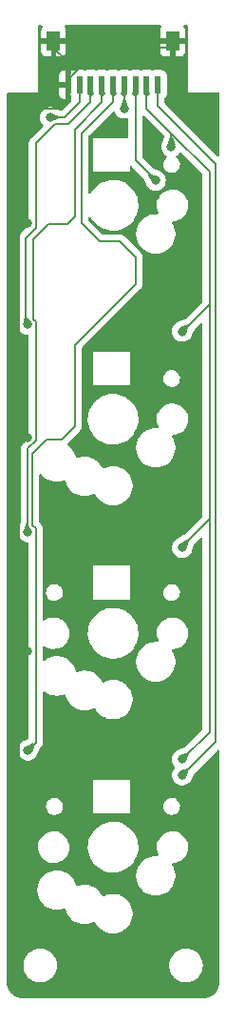
<source format=gtl>
G04 #@! TF.GenerationSoftware,KiCad,Pcbnew,7.0.8*
G04 #@! TF.CreationDate,2023-10-16T19:48:45-07:00*
G04 #@! TF.ProjectId,Seismos_4-Key,53656973-6d6f-4735-9f34-2d4b65792e6b,rev?*
G04 #@! TF.SameCoordinates,Original*
G04 #@! TF.FileFunction,Copper,L1,Top*
G04 #@! TF.FilePolarity,Positive*
%FSLAX46Y46*%
G04 Gerber Fmt 4.6, Leading zero omitted, Abs format (unit mm)*
G04 Created by KiCad (PCBNEW 7.0.8) date 2023-10-16 19:48:45*
%MOMM*%
%LPD*%
G01*
G04 APERTURE LIST*
G04 #@! TA.AperFunction,SMDPad,CuDef*
%ADD10R,0.600000X1.550000*%
G04 #@! TD*
G04 #@! TA.AperFunction,SMDPad,CuDef*
%ADD11R,1.200000X1.800000*%
G04 #@! TD*
G04 #@! TA.AperFunction,ViaPad*
%ADD12C,0.800000*%
G04 #@! TD*
G04 #@! TA.AperFunction,Conductor*
%ADD13C,0.200000*%
G04 #@! TD*
G04 APERTURE END LIST*
D10*
X51000000Y-30275000D03*
X50000000Y-30275000D03*
X49000000Y-30275000D03*
X48000000Y-30275000D03*
X47000000Y-30275000D03*
X46000000Y-30275000D03*
X45000000Y-30275000D03*
X44000000Y-30275000D03*
X43000000Y-30275000D03*
D11*
X52300000Y-26400000D03*
X41700000Y-26400000D03*
D12*
X39400000Y-42600000D03*
X39400000Y-61600000D03*
X39400000Y-80600000D03*
X39400000Y-99400000D03*
X41400000Y-33200000D03*
X39400000Y-51600000D03*
X39400000Y-70000000D03*
X39400000Y-89400000D03*
X48000000Y-32400000D03*
X50800000Y-38800000D03*
X53160500Y-90200000D03*
X52200000Y-35800000D03*
X53160500Y-52200000D03*
X53160500Y-71400000D03*
X53160500Y-91600000D03*
D13*
X43000000Y-30875000D02*
X43000000Y-29800000D01*
X39400000Y-42600000D02*
X39400000Y-41800000D01*
X39400000Y-98600000D02*
X38600000Y-97800000D01*
X39400000Y-80600000D02*
X39400000Y-79600000D01*
X43000000Y-30875000D02*
X43000000Y-28300000D01*
X38600000Y-60000000D02*
X38600000Y-77450000D01*
X38600000Y-77450000D02*
X38600000Y-78800000D01*
X42400000Y-32400000D02*
X40000000Y-32400000D01*
X39400000Y-41800000D02*
X38600000Y-41000000D01*
X38600000Y-97800000D02*
X38600000Y-78800000D01*
X39400000Y-79600000D02*
X38600000Y-78800000D01*
X43000000Y-31800000D02*
X42400000Y-32400000D01*
X39400000Y-60800000D02*
X38600000Y-60000000D01*
X43000000Y-30875000D02*
X43000000Y-31800000D01*
X38600000Y-41000000D02*
X38600000Y-60000000D01*
X43000000Y-29800000D02*
X45800000Y-27000000D01*
X40000000Y-32400000D02*
X38600000Y-33800000D01*
X39400000Y-61600000D02*
X39400000Y-60800000D01*
X45800000Y-27000000D02*
X52300000Y-27000000D01*
X39400000Y-99400000D02*
X39400000Y-98600000D01*
X43000000Y-28300000D02*
X41700000Y-27000000D01*
X38600000Y-33800000D02*
X38600000Y-41000000D01*
X42650000Y-33200000D02*
X44000000Y-31850000D01*
X41400000Y-33200000D02*
X42650000Y-33200000D01*
X44000000Y-31850000D02*
X44000000Y-30875000D01*
X45000000Y-31850000D02*
X43050000Y-33800000D01*
X40100000Y-35500000D02*
X40100000Y-43000000D01*
X39200000Y-51400000D02*
X39400000Y-51600000D01*
X43050000Y-33800000D02*
X41800000Y-33800000D01*
X39200000Y-43900000D02*
X39200000Y-51400000D01*
X40100000Y-43000000D02*
X39200000Y-43900000D01*
X41800000Y-33800000D02*
X40100000Y-35500000D01*
X45000000Y-30875000D02*
X45000000Y-31850000D01*
X43600000Y-42000000D02*
X42900000Y-42700000D01*
X42900000Y-42700000D02*
X41200000Y-42700000D01*
X43600000Y-34250000D02*
X43600000Y-42000000D01*
X41200000Y-42700000D02*
X39900000Y-44000000D01*
X46000000Y-31850000D02*
X43600000Y-34250000D01*
X39900000Y-44000000D02*
X39900000Y-51110050D01*
X40100000Y-51310050D02*
X40100000Y-61900000D01*
X39900000Y-51110050D02*
X40100000Y-51310050D01*
X40100000Y-61900000D02*
X39400000Y-62600000D01*
X46000000Y-30875000D02*
X46000000Y-31850000D01*
X39400000Y-62600000D02*
X39400000Y-70000000D01*
X44200000Y-42600000D02*
X45800000Y-44200000D01*
X40100000Y-88700000D02*
X39400000Y-89400000D01*
X40100000Y-69710050D02*
X40100000Y-88700000D01*
X45800000Y-44200000D02*
X47600000Y-44200000D01*
X47000000Y-30875000D02*
X47000000Y-31800000D01*
X44200000Y-34600000D02*
X44200000Y-42600000D01*
X47000000Y-31800000D02*
X44200000Y-34600000D01*
X41091853Y-61800000D02*
X39800000Y-63091853D01*
X39800000Y-69410050D02*
X40100000Y-69710050D01*
X39800000Y-63091853D02*
X39800000Y-69410050D01*
X49000000Y-45600000D02*
X49000000Y-48000000D01*
X49000000Y-48000000D02*
X43600000Y-53400000D01*
X43600000Y-60600000D02*
X42400000Y-61800000D01*
X42400000Y-61800000D02*
X41091853Y-61800000D01*
X47600000Y-44200000D02*
X49000000Y-45600000D01*
X43600000Y-53400000D02*
X43600000Y-60600000D01*
X48000000Y-30875000D02*
X48000000Y-32400000D01*
X49000000Y-30875000D02*
X49000000Y-37000000D01*
X49000000Y-37000000D02*
X50800000Y-38800000D01*
X55600000Y-68867100D02*
X55600000Y-68800000D01*
X55600000Y-68800000D02*
X55600000Y-49800000D01*
X55600000Y-49800000D02*
X53200000Y-52200000D01*
X52200000Y-34600000D02*
X52200000Y-35800000D01*
X55600000Y-87800000D02*
X55600000Y-68800000D01*
X55600000Y-38000000D02*
X55600000Y-49800000D01*
X50000000Y-32400000D02*
X52200000Y-34600000D01*
X53200000Y-52200000D02*
X53160500Y-52200000D01*
X53160500Y-71400000D02*
X53160500Y-71306600D01*
X52200000Y-34600000D02*
X55600000Y-38000000D01*
X53160500Y-71306600D02*
X55600000Y-68867100D01*
X50000000Y-30875000D02*
X50000000Y-32400000D01*
X53200000Y-90200000D02*
X55600000Y-87800000D01*
X53160500Y-90200000D02*
X53200000Y-90200000D01*
X53200000Y-91600000D02*
X56150000Y-88650000D01*
X51000000Y-32200000D02*
X51000000Y-30875000D01*
X56150000Y-88650000D02*
X56150000Y-37350000D01*
X56150000Y-37350000D02*
X51000000Y-32200000D01*
X53160500Y-91600000D02*
X53200000Y-91600000D01*
G04 #@! TA.AperFunction,Conductor*
G36*
X53673228Y-90990224D02*
G01*
X53676578Y-90992565D01*
X53806992Y-91122979D01*
X53810419Y-91131252D01*
X53809378Y-91136077D01*
X53534712Y-91742777D01*
X53528178Y-91748901D01*
X53519601Y-91748772D01*
X53164304Y-91602563D01*
X53157957Y-91596245D01*
X53157936Y-91596195D01*
X53012057Y-91241700D01*
X53012078Y-91232746D01*
X53018425Y-91226428D01*
X53018814Y-91226276D01*
X53664282Y-90989852D01*
X53673228Y-90990224D01*
G37*
G04 #@! TD.AperFunction*
G04 #@! TA.AperFunction,Conductor*
G36*
X50010700Y-30301714D02*
G01*
X50010913Y-30302228D01*
X50297811Y-31044340D01*
X50297598Y-31053292D01*
X50296633Y-31055049D01*
X50103473Y-31344790D01*
X50096033Y-31349773D01*
X50093738Y-31350000D01*
X49906262Y-31350000D01*
X49897989Y-31346573D01*
X49896527Y-31344790D01*
X49703366Y-31055049D01*
X49701628Y-31046264D01*
X49702188Y-31044340D01*
X49989087Y-30302228D01*
X49995267Y-30295747D01*
X50004219Y-30295534D01*
X50010700Y-30301714D01*
G37*
G04 #@! TD.AperFunction*
G04 #@! TA.AperFunction,Conductor*
G36*
X49010700Y-30301714D02*
G01*
X49010913Y-30302228D01*
X49297811Y-31044340D01*
X49297598Y-31053292D01*
X49296633Y-31055049D01*
X49103473Y-31344790D01*
X49096033Y-31349773D01*
X49093738Y-31350000D01*
X48906262Y-31350000D01*
X48897989Y-31346573D01*
X48896527Y-31344790D01*
X48703366Y-31055049D01*
X48701628Y-31046264D01*
X48702188Y-31044340D01*
X48989087Y-30302228D01*
X48995267Y-30295747D01*
X49004219Y-30295534D01*
X49010700Y-30301714D01*
G37*
G04 #@! TD.AperFunction*
G04 #@! TA.AperFunction,Conductor*
G36*
X39496073Y-69203427D02*
G01*
X39499500Y-69211700D01*
X39499500Y-69359123D01*
X39498894Y-69362840D01*
X39497227Y-69367815D01*
X39499494Y-69416859D01*
X39499500Y-69417129D01*
X39499500Y-69437894D01*
X39500708Y-69444362D01*
X39500802Y-69445167D01*
X39502414Y-69480039D01*
X39502415Y-69480044D01*
X39510474Y-69498295D01*
X39511272Y-69500870D01*
X39514939Y-69520483D01*
X39533313Y-69550161D01*
X39533691Y-69550878D01*
X39547794Y-69582815D01*
X39547795Y-69582817D01*
X39561903Y-69596924D01*
X39563574Y-69599033D01*
X39563936Y-69599617D01*
X39574081Y-69616002D01*
X39601939Y-69637040D01*
X39602551Y-69637572D01*
X39737662Y-69772683D01*
X39740189Y-69776456D01*
X39765053Y-69836129D01*
X39765072Y-69845084D01*
X39758755Y-69851428D01*
X39404502Y-69999123D01*
X39395548Y-69999144D01*
X39395498Y-69999123D01*
X39041244Y-69851428D01*
X39034926Y-69845081D01*
X39034945Y-69836131D01*
X39297000Y-69207199D01*
X39303345Y-69200881D01*
X39307800Y-69200000D01*
X39487800Y-69200000D01*
X39496073Y-69203427D01*
G37*
G04 #@! TD.AperFunction*
G04 #@! TA.AperFunction,Conductor*
G36*
X53673228Y-89590224D02*
G01*
X53676578Y-89592565D01*
X53806992Y-89722979D01*
X53810419Y-89731252D01*
X53809378Y-89736077D01*
X53534712Y-90342777D01*
X53528178Y-90348901D01*
X53519601Y-90348772D01*
X53164304Y-90202563D01*
X53157957Y-90196245D01*
X53157936Y-90196195D01*
X53012057Y-89841700D01*
X53012078Y-89832746D01*
X53018425Y-89826428D01*
X53018814Y-89826276D01*
X53664282Y-89589852D01*
X53673228Y-89590224D01*
G37*
G04 #@! TD.AperFunction*
G04 #@! TA.AperFunction,Conductor*
G36*
X45010700Y-30301714D02*
G01*
X45010913Y-30302228D01*
X45297811Y-31044340D01*
X45297598Y-31053292D01*
X45296633Y-31055049D01*
X45103473Y-31344790D01*
X45096033Y-31349773D01*
X45093738Y-31350000D01*
X44906262Y-31350000D01*
X44897989Y-31346573D01*
X44896527Y-31344790D01*
X44703366Y-31055049D01*
X44701628Y-31046264D01*
X44702188Y-31044340D01*
X44989087Y-30302228D01*
X44995267Y-30295747D01*
X45004219Y-30295534D01*
X45010700Y-30301714D01*
G37*
G04 #@! TD.AperFunction*
G04 #@! TA.AperFunction,Conductor*
G36*
X46010700Y-30301714D02*
G01*
X46010913Y-30302228D01*
X46297811Y-31044340D01*
X46297598Y-31053292D01*
X46296633Y-31055049D01*
X46103473Y-31344790D01*
X46096033Y-31349773D01*
X46093738Y-31350000D01*
X45906262Y-31350000D01*
X45897989Y-31346573D01*
X45896527Y-31344790D01*
X45703366Y-31055049D01*
X45701628Y-31046264D01*
X45702188Y-31044340D01*
X45989087Y-30302228D01*
X45995267Y-30295747D01*
X46004219Y-30295534D01*
X46010700Y-30301714D01*
G37*
G04 #@! TD.AperFunction*
G04 #@! TA.AperFunction,Conductor*
G36*
X48010700Y-30301714D02*
G01*
X48010913Y-30302228D01*
X48297811Y-31044340D01*
X48297598Y-31053292D01*
X48296633Y-31055049D01*
X48103473Y-31344790D01*
X48096033Y-31349773D01*
X48093738Y-31350000D01*
X47906262Y-31350000D01*
X47897989Y-31346573D01*
X47896527Y-31344790D01*
X47703366Y-31055049D01*
X47701628Y-31046264D01*
X47702188Y-31044340D01*
X47989087Y-30302228D01*
X47995267Y-30295747D01*
X48004219Y-30295534D01*
X48010700Y-30301714D01*
G37*
G04 #@! TD.AperFunction*
G04 #@! TA.AperFunction,Conductor*
G36*
X41563868Y-32834945D02*
G01*
X42192800Y-33097000D01*
X42199119Y-33103345D01*
X42200000Y-33107800D01*
X42200000Y-33292199D01*
X42196573Y-33300472D01*
X42192800Y-33302999D01*
X41563870Y-33565053D01*
X41554915Y-33565072D01*
X41548571Y-33558755D01*
X41400875Y-33204499D01*
X41400855Y-33195550D01*
X41548572Y-32841242D01*
X41554918Y-32834926D01*
X41563868Y-32834945D01*
G37*
G04 #@! TD.AperFunction*
G04 #@! TA.AperFunction,Conductor*
G36*
X48100473Y-31603427D02*
G01*
X48103000Y-31607200D01*
X48365053Y-32236129D01*
X48365072Y-32245084D01*
X48358755Y-32251428D01*
X48004502Y-32399123D01*
X47995548Y-32399144D01*
X47995498Y-32399123D01*
X47641244Y-32251428D01*
X47634926Y-32245081D01*
X47634945Y-32236131D01*
X47897000Y-31607199D01*
X47903345Y-31600881D01*
X47907800Y-31600000D01*
X48092200Y-31600000D01*
X48100473Y-31603427D01*
G37*
G04 #@! TD.AperFunction*
G04 #@! TA.AperFunction,Conductor*
G36*
X47010700Y-30301714D02*
G01*
X47010913Y-30302228D01*
X47297811Y-31044340D01*
X47297598Y-31053292D01*
X47296633Y-31055049D01*
X47103473Y-31344790D01*
X47096033Y-31349773D01*
X47093738Y-31350000D01*
X46906262Y-31350000D01*
X46897989Y-31346573D01*
X46896527Y-31344790D01*
X46703366Y-31055049D01*
X46701628Y-31046264D01*
X46702188Y-31044340D01*
X46989087Y-30302228D01*
X46995267Y-30295747D01*
X47004219Y-30295534D01*
X47010700Y-30301714D01*
G37*
G04 #@! TD.AperFunction*
G04 #@! TA.AperFunction,Conductor*
G36*
X50312233Y-38166572D02*
G01*
X50880944Y-38400747D01*
X50942256Y-38425994D01*
X50948601Y-38432313D01*
X50948621Y-38441265D01*
X50802563Y-38796195D01*
X50796245Y-38802542D01*
X50796195Y-38802563D01*
X50441265Y-38948621D01*
X50432311Y-38948600D01*
X50425994Y-38942256D01*
X50365851Y-38796195D01*
X50166573Y-38312235D01*
X50166592Y-38303282D01*
X50169116Y-38299512D01*
X50299510Y-38169118D01*
X50307782Y-38165692D01*
X50312233Y-38166572D01*
G37*
G04 #@! TD.AperFunction*
G04 #@! TA.AperFunction,Conductor*
G36*
X52300473Y-35003427D02*
G01*
X52303000Y-35007200D01*
X52565053Y-35636129D01*
X52565072Y-35645084D01*
X52558755Y-35651428D01*
X52204502Y-35799123D01*
X52195548Y-35799144D01*
X52195498Y-35799123D01*
X51841244Y-35651428D01*
X51834926Y-35645081D01*
X51834945Y-35636131D01*
X52097000Y-35007199D01*
X52103345Y-35000881D01*
X52107800Y-35000000D01*
X52292200Y-35000000D01*
X52300473Y-35003427D01*
G37*
G04 #@! TD.AperFunction*
G04 #@! TA.AperFunction,Conductor*
G36*
X39896717Y-88766592D02*
G01*
X39900490Y-88769119D01*
X40030880Y-88899509D01*
X40034307Y-88907782D01*
X40033426Y-88912237D01*
X39774005Y-89542256D01*
X39767686Y-89548601D01*
X39758734Y-89548621D01*
X39403804Y-89402563D01*
X39397457Y-89396245D01*
X39397436Y-89396195D01*
X39251378Y-89041265D01*
X39251399Y-89032311D01*
X39257742Y-89025994D01*
X39887764Y-88766573D01*
X39896717Y-88766592D01*
G37*
G04 #@! TD.AperFunction*
G04 #@! TA.AperFunction,Conductor*
G36*
X39302825Y-50865230D02*
G01*
X39303507Y-50865974D01*
X39639887Y-51266065D01*
X39641635Y-51268868D01*
X39647794Y-51282815D01*
X39647795Y-51282817D01*
X39661903Y-51296924D01*
X39663574Y-51299033D01*
X39671257Y-51311442D01*
X39673009Y-51314271D01*
X39674450Y-51323109D01*
X39671349Y-51328689D01*
X39403441Y-51597546D01*
X39395174Y-51600987D01*
X39395124Y-51600987D01*
X39013358Y-51600033D01*
X39005093Y-51596585D01*
X39001687Y-51588304D01*
X39001793Y-51586762D01*
X39042968Y-51282815D01*
X39098628Y-50871932D01*
X39103134Y-50864194D01*
X39110222Y-50861803D01*
X39294552Y-50861803D01*
X39302825Y-50865230D01*
G37*
G04 #@! TD.AperFunction*
G04 #@! TA.AperFunction,Conductor*
G36*
X53673228Y-51590224D02*
G01*
X53676578Y-51592565D01*
X53806992Y-51722979D01*
X53810419Y-51731252D01*
X53809378Y-51736077D01*
X53534712Y-52342777D01*
X53528178Y-52348901D01*
X53519601Y-52348772D01*
X53164304Y-52202563D01*
X53157957Y-52196245D01*
X53157936Y-52196195D01*
X53012057Y-51841700D01*
X53012078Y-51832746D01*
X53018425Y-51826428D01*
X53018814Y-51826276D01*
X53664282Y-51589852D01*
X53673228Y-51590224D01*
G37*
G04 #@! TD.AperFunction*
G04 #@! TA.AperFunction,Conductor*
G36*
X53605518Y-70732225D02*
G01*
X53735926Y-70862633D01*
X53739353Y-70870906D01*
X53738836Y-70874346D01*
X53533823Y-71540811D01*
X53528115Y-71547711D01*
X53519200Y-71548554D01*
X53518188Y-71548191D01*
X53500254Y-71540811D01*
X53394426Y-71497261D01*
X53164304Y-71402563D01*
X53157957Y-71396245D01*
X53157936Y-71396195D01*
X53011518Y-71040389D01*
X53011539Y-71031437D01*
X53016988Y-71025534D01*
X53591899Y-70730091D01*
X53600822Y-70729358D01*
X53605518Y-70732225D01*
G37*
G04 #@! TD.AperFunction*
G04 #@! TA.AperFunction,Conductor*
G36*
X40668662Y-25020185D02*
G01*
X40714417Y-25072989D01*
X40724361Y-25142147D01*
X40700889Y-25198812D01*
X40656647Y-25257910D01*
X40656645Y-25257913D01*
X40606403Y-25392620D01*
X40606401Y-25392627D01*
X40600000Y-25452155D01*
X40600000Y-26150000D01*
X42800000Y-26150000D01*
X42800000Y-25452172D01*
X42799999Y-25452155D01*
X42793598Y-25392627D01*
X42793596Y-25392620D01*
X42743354Y-25257913D01*
X42743352Y-25257910D01*
X42699111Y-25198812D01*
X42674693Y-25133348D01*
X42689544Y-25065074D01*
X42738949Y-25015669D01*
X42798377Y-25000500D01*
X51201623Y-25000500D01*
X51268662Y-25020185D01*
X51314417Y-25072989D01*
X51324361Y-25142147D01*
X51300889Y-25198812D01*
X51256647Y-25257910D01*
X51256645Y-25257913D01*
X51206403Y-25392620D01*
X51206401Y-25392627D01*
X51200000Y-25452155D01*
X51200000Y-26150000D01*
X53400000Y-26150000D01*
X53400000Y-25452172D01*
X53399999Y-25452155D01*
X53393598Y-25392627D01*
X53393596Y-25392620D01*
X53343354Y-25257913D01*
X53343352Y-25257910D01*
X53299111Y-25198812D01*
X53274693Y-25133348D01*
X53289544Y-25065074D01*
X53338949Y-25015669D01*
X53398377Y-25000500D01*
X53575500Y-25000500D01*
X53642539Y-25020185D01*
X53688294Y-25072989D01*
X53699500Y-25124500D01*
X53699500Y-30975467D01*
X53699416Y-30975889D01*
X53699459Y-31000001D01*
X53699500Y-31000099D01*
X53699616Y-31000382D01*
X53699618Y-31000384D01*
X53699808Y-31000462D01*
X53700000Y-31000541D01*
X53700002Y-31000539D01*
X53724616Y-31000524D01*
X53724616Y-31000528D01*
X53724760Y-31000500D01*
X56375500Y-31000500D01*
X56442539Y-31020185D01*
X56488294Y-31072989D01*
X56499500Y-31124500D01*
X56499500Y-36539589D01*
X56479815Y-36606628D01*
X56427011Y-36652383D01*
X56357853Y-36662327D01*
X56294297Y-36633302D01*
X56287819Y-36627270D01*
X51644819Y-31984270D01*
X51611334Y-31922947D01*
X51608500Y-31896589D01*
X51608500Y-31516324D01*
X51628185Y-31449285D01*
X51658195Y-31417053D01*
X51663261Y-31413261D01*
X51750889Y-31296204D01*
X51801989Y-31159201D01*
X51805720Y-31124500D01*
X51808499Y-31098654D01*
X51808500Y-31098637D01*
X51808500Y-29451362D01*
X51808499Y-29451345D01*
X51805157Y-29420270D01*
X51801989Y-29390799D01*
X51801986Y-29390792D01*
X51757818Y-29272374D01*
X51750889Y-29253796D01*
X51663261Y-29136739D01*
X51546204Y-29049111D01*
X51409203Y-28998011D01*
X51348654Y-28991500D01*
X51348638Y-28991500D01*
X50651362Y-28991500D01*
X50651345Y-28991500D01*
X50590802Y-28998010D01*
X50590791Y-28998012D01*
X50543332Y-29015714D01*
X50473640Y-29020698D01*
X50456668Y-29015714D01*
X50409208Y-28998012D01*
X50409197Y-28998010D01*
X50348654Y-28991500D01*
X50348638Y-28991500D01*
X49651362Y-28991500D01*
X49651345Y-28991500D01*
X49590802Y-28998010D01*
X49590791Y-28998012D01*
X49543332Y-29015714D01*
X49473640Y-29020698D01*
X49456668Y-29015714D01*
X49409208Y-28998012D01*
X49409197Y-28998010D01*
X49348654Y-28991500D01*
X49348638Y-28991500D01*
X48651362Y-28991500D01*
X48651345Y-28991500D01*
X48590802Y-28998010D01*
X48590791Y-28998012D01*
X48543332Y-29015714D01*
X48473640Y-29020698D01*
X48456668Y-29015714D01*
X48409208Y-28998012D01*
X48409197Y-28998010D01*
X48348654Y-28991500D01*
X48348638Y-28991500D01*
X47651362Y-28991500D01*
X47651345Y-28991500D01*
X47590802Y-28998010D01*
X47590791Y-28998012D01*
X47543332Y-29015714D01*
X47473640Y-29020698D01*
X47456668Y-29015714D01*
X47409208Y-28998012D01*
X47409197Y-28998010D01*
X47348654Y-28991500D01*
X47348638Y-28991500D01*
X46651362Y-28991500D01*
X46651345Y-28991500D01*
X46590802Y-28998010D01*
X46590791Y-28998012D01*
X46543332Y-29015714D01*
X46473640Y-29020698D01*
X46456668Y-29015714D01*
X46409208Y-28998012D01*
X46409197Y-28998010D01*
X46348654Y-28991500D01*
X46348638Y-28991500D01*
X45651362Y-28991500D01*
X45651345Y-28991500D01*
X45590802Y-28998010D01*
X45590791Y-28998012D01*
X45543332Y-29015714D01*
X45473640Y-29020698D01*
X45456668Y-29015714D01*
X45409208Y-28998012D01*
X45409197Y-28998010D01*
X45348654Y-28991500D01*
X45348638Y-28991500D01*
X44651362Y-28991500D01*
X44651345Y-28991500D01*
X44590802Y-28998010D01*
X44590791Y-28998012D01*
X44543332Y-29015714D01*
X44473640Y-29020698D01*
X44456668Y-29015714D01*
X44409208Y-28998012D01*
X44409197Y-28998010D01*
X44348654Y-28991500D01*
X44348638Y-28991500D01*
X43651362Y-28991500D01*
X43651345Y-28991500D01*
X43590802Y-28998010D01*
X43590791Y-28998012D01*
X43531170Y-29020250D01*
X43461478Y-29025234D01*
X43444505Y-29020250D01*
X43407379Y-29006403D01*
X43407372Y-29006401D01*
X43347844Y-29000000D01*
X43250000Y-29000000D01*
X43250000Y-29229040D01*
X43242181Y-29272374D01*
X43198012Y-29390792D01*
X43198011Y-29390797D01*
X43191500Y-29451345D01*
X43191500Y-31098654D01*
X43198011Y-31159202D01*
X43198012Y-31159207D01*
X43242181Y-31277626D01*
X43250000Y-31320960D01*
X43250000Y-31550000D01*
X43257044Y-31557044D01*
X43290529Y-31618367D01*
X43285545Y-31688059D01*
X43257044Y-31732406D01*
X42434270Y-32555181D01*
X42372947Y-32588666D01*
X42346589Y-32591500D01*
X42339501Y-32591500D01*
X42291809Y-32581962D01*
X41876419Y-32408883D01*
X41761376Y-32360948D01*
X41702925Y-32340189D01*
X41698458Y-32338405D01*
X41682290Y-32331206D01*
X41682286Y-32331205D01*
X41495487Y-32291500D01*
X41304513Y-32291500D01*
X41117714Y-32331205D01*
X40943246Y-32408883D01*
X40788745Y-32521135D01*
X40660959Y-32663057D01*
X40565473Y-32828443D01*
X40565470Y-32828450D01*
X40506459Y-33010068D01*
X40506458Y-33010072D01*
X40486496Y-33200000D01*
X40506458Y-33389928D01*
X40506459Y-33389931D01*
X40565470Y-33571549D01*
X40565473Y-33571556D01*
X40660960Y-33736944D01*
X40708772Y-33790045D01*
X40744045Y-33829220D01*
X40774275Y-33892212D01*
X40765649Y-33961547D01*
X40739576Y-33999873D01*
X39700801Y-35038649D01*
X39694698Y-35044000D01*
X39666013Y-35066012D01*
X39641522Y-35097929D01*
X39568476Y-35193123D01*
X39568476Y-35193124D01*
X39539510Y-35263056D01*
X39507162Y-35341150D01*
X39494329Y-35438631D01*
X39490957Y-35464241D01*
X39490955Y-35464254D01*
X39486250Y-35500000D01*
X39490969Y-35535843D01*
X39491500Y-35543945D01*
X39491500Y-42696588D01*
X39471815Y-42763627D01*
X39455181Y-42784269D01*
X38800801Y-43438649D01*
X38794698Y-43444001D01*
X38766013Y-43466013D01*
X38741522Y-43497929D01*
X38668476Y-43593123D01*
X38668475Y-43593125D01*
X38637265Y-43668476D01*
X38627055Y-43693125D01*
X38607162Y-43741150D01*
X38599688Y-43797925D01*
X38590957Y-43864241D01*
X38590955Y-43864254D01*
X38586250Y-43900000D01*
X38590281Y-43930623D01*
X38590969Y-43935843D01*
X38591500Y-43943945D01*
X38591500Y-50781932D01*
X38589808Y-50798535D01*
X38590371Y-50798612D01*
X38589777Y-50802996D01*
X38589776Y-50803000D01*
X38552547Y-51077817D01*
X38509806Y-51393322D01*
X38507453Y-51403644D01*
X38507808Y-51403720D01*
X38506458Y-51410070D01*
X38502718Y-51445648D01*
X38491803Y-51526230D01*
X38490083Y-51543091D01*
X38489396Y-51553087D01*
X38489396Y-51553091D01*
X38489623Y-51565777D01*
X38489293Y-51573372D01*
X38486496Y-51599996D01*
X38486496Y-51600000D01*
X38506458Y-51789928D01*
X38506459Y-51789931D01*
X38565470Y-51971549D01*
X38565473Y-51971556D01*
X38660960Y-52136944D01*
X38788747Y-52278866D01*
X38943248Y-52391118D01*
X39117712Y-52468794D01*
X39304513Y-52508500D01*
X39367500Y-52508500D01*
X39434539Y-52528185D01*
X39480294Y-52580989D01*
X39491500Y-52632500D01*
X39491500Y-61596588D01*
X39471815Y-61663627D01*
X39455181Y-61684269D01*
X39000801Y-62138649D01*
X38994698Y-62144001D01*
X38966013Y-62166013D01*
X38941522Y-62197929D01*
X38868476Y-62293123D01*
X38868476Y-62293124D01*
X38852571Y-62331524D01*
X38807162Y-62441150D01*
X38790957Y-62564241D01*
X38790955Y-62564254D01*
X38786250Y-62600000D01*
X38790969Y-62635843D01*
X38791500Y-62643945D01*
X38791500Y-69060498D01*
X38781961Y-69108190D01*
X38659051Y-69403178D01*
X38560949Y-69638622D01*
X38560948Y-69638623D01*
X38542553Y-69690415D01*
X38542552Y-69690418D01*
X38541802Y-69695562D01*
X38537034Y-69715965D01*
X38506460Y-69810065D01*
X38506458Y-69810070D01*
X38506458Y-69810072D01*
X38486496Y-70000000D01*
X38506458Y-70189928D01*
X38506459Y-70189931D01*
X38565470Y-70371549D01*
X38565473Y-70371556D01*
X38660960Y-70536944D01*
X38788747Y-70678866D01*
X38943248Y-70791118D01*
X39117712Y-70868794D01*
X39304513Y-70908500D01*
X39367500Y-70908500D01*
X39434539Y-70928185D01*
X39480294Y-70980989D01*
X39491500Y-71032500D01*
X39491500Y-88291370D01*
X39471815Y-88358409D01*
X39419011Y-88404164D01*
X39414713Y-88406030D01*
X39261558Y-88469094D01*
X39062227Y-88551172D01*
X39062223Y-88551174D01*
X39012575Y-88574799D01*
X39007354Y-88577946D01*
X39007289Y-88577839D01*
X38989256Y-88588397D01*
X38943248Y-88608881D01*
X38788745Y-88721135D01*
X38660959Y-88863057D01*
X38565473Y-89028443D01*
X38565470Y-89028450D01*
X38520795Y-89165947D01*
X38506458Y-89210072D01*
X38486496Y-89400000D01*
X38506458Y-89589928D01*
X38506459Y-89589931D01*
X38565470Y-89771549D01*
X38565473Y-89771556D01*
X38660960Y-89936944D01*
X38788747Y-90078866D01*
X38943248Y-90191118D01*
X39117712Y-90268794D01*
X39304513Y-90308500D01*
X39495487Y-90308500D01*
X39682288Y-90268794D01*
X39856752Y-90191118D01*
X40011253Y-90078866D01*
X40139040Y-89936944D01*
X40234527Y-89771556D01*
X40237219Y-89763270D01*
X40246915Y-89741778D01*
X40246849Y-89741745D01*
X40247718Y-89739999D01*
X40248387Y-89738517D01*
X40248827Y-89737772D01*
X40467623Y-89206411D01*
X40494597Y-89165950D01*
X40499202Y-89161345D01*
X40505293Y-89156003D01*
X40533987Y-89133987D01*
X40552267Y-89110164D01*
X40558475Y-89102073D01*
X40558477Y-89102072D01*
X40629726Y-89009217D01*
X40633544Y-89004705D01*
X40637996Y-88999925D01*
X40641462Y-88993922D01*
X40644614Y-88989813D01*
X40644375Y-88988437D01*
X40653020Y-88954978D01*
X40692838Y-88858850D01*
X40708500Y-88739885D01*
X40708500Y-88739884D01*
X40708723Y-88738191D01*
X40708726Y-88738160D01*
X40713750Y-88699999D01*
X40709031Y-88664156D01*
X40708500Y-88656054D01*
X40708500Y-84266524D01*
X40728185Y-84199485D01*
X40780989Y-84153730D01*
X40850147Y-84143786D01*
X40909810Y-84169575D01*
X41011143Y-84250386D01*
X41238357Y-84381568D01*
X41482584Y-84477420D01*
X41738370Y-84535802D01*
X41738376Y-84535802D01*
X41738379Y-84535803D01*
X41934500Y-84550500D01*
X41934506Y-84550500D01*
X42065500Y-84550500D01*
X42261620Y-84535803D01*
X42261622Y-84535802D01*
X42261630Y-84535802D01*
X42517416Y-84477420D01*
X42601111Y-84444571D01*
X42670705Y-84438403D01*
X42732588Y-84470840D01*
X42764900Y-84523448D01*
X42825937Y-84721323D01*
X42825938Y-84721326D01*
X42939767Y-84957696D01*
X42939768Y-84957697D01*
X42939770Y-84957700D01*
X42939772Y-84957704D01*
X42989869Y-85031182D01*
X43087567Y-85174479D01*
X43266014Y-85366801D01*
X43266018Y-85366804D01*
X43266019Y-85366805D01*
X43471143Y-85530386D01*
X43698357Y-85661568D01*
X43942584Y-85757420D01*
X44198370Y-85815802D01*
X44198376Y-85815802D01*
X44198379Y-85815803D01*
X44394500Y-85830500D01*
X44394506Y-85830500D01*
X44525500Y-85830500D01*
X44721620Y-85815803D01*
X44721622Y-85815802D01*
X44721630Y-85815802D01*
X44977416Y-85757420D01*
X45221643Y-85661568D01*
X45221646Y-85661566D01*
X45221647Y-85661566D01*
X45264118Y-85637045D01*
X45332018Y-85620571D01*
X45398045Y-85643423D01*
X45437839Y-85690630D01*
X45479767Y-85777695D01*
X45479768Y-85777697D01*
X45479770Y-85777700D01*
X45479772Y-85777704D01*
X45505747Y-85815802D01*
X45627567Y-85994479D01*
X45806014Y-86186801D01*
X45806018Y-86186804D01*
X45806019Y-86186805D01*
X46011143Y-86350386D01*
X46238357Y-86481568D01*
X46482584Y-86577420D01*
X46738370Y-86635802D01*
X46738376Y-86635802D01*
X46738379Y-86635803D01*
X46934500Y-86650500D01*
X46934506Y-86650500D01*
X47065500Y-86650500D01*
X47261620Y-86635803D01*
X47261622Y-86635802D01*
X47261630Y-86635802D01*
X47517416Y-86577420D01*
X47761643Y-86481568D01*
X47988857Y-86350386D01*
X48193981Y-86186805D01*
X48372433Y-85994479D01*
X48520228Y-85777704D01*
X48634063Y-85541323D01*
X48711396Y-85290615D01*
X48750500Y-85031182D01*
X48750500Y-84768818D01*
X48711396Y-84509385D01*
X48634063Y-84258677D01*
X48583523Y-84153730D01*
X48520232Y-84022303D01*
X48520231Y-84022302D01*
X48520230Y-84022301D01*
X48520228Y-84022296D01*
X48372433Y-83805521D01*
X48362441Y-83794753D01*
X48193985Y-83613198D01*
X48154533Y-83581736D01*
X47988857Y-83449614D01*
X47761643Y-83318432D01*
X47517416Y-83222580D01*
X47517411Y-83222578D01*
X47517402Y-83222576D01*
X47299818Y-83172914D01*
X47261630Y-83164198D01*
X47261629Y-83164197D01*
X47261625Y-83164197D01*
X47261620Y-83164196D01*
X47065500Y-83149500D01*
X47065494Y-83149500D01*
X46934506Y-83149500D01*
X46934500Y-83149500D01*
X46738379Y-83164196D01*
X46738374Y-83164197D01*
X46482597Y-83222576D01*
X46482578Y-83222582D01*
X46238363Y-83318429D01*
X46238357Y-83318432D01*
X46195877Y-83342957D01*
X46127977Y-83359427D01*
X46061951Y-83336574D01*
X46022160Y-83289369D01*
X45980232Y-83202303D01*
X45980231Y-83202302D01*
X45980230Y-83202301D01*
X45980228Y-83202296D01*
X45832433Y-82985521D01*
X45822441Y-82974753D01*
X45653985Y-82793198D01*
X45614533Y-82761736D01*
X45448857Y-82629614D01*
X45221643Y-82498432D01*
X44977416Y-82402580D01*
X44977411Y-82402578D01*
X44977402Y-82402576D01*
X44759818Y-82352914D01*
X44721630Y-82344198D01*
X44721629Y-82344197D01*
X44721625Y-82344197D01*
X44721620Y-82344196D01*
X44525500Y-82329500D01*
X44525494Y-82329500D01*
X44394506Y-82329500D01*
X44394500Y-82329500D01*
X44198379Y-82344196D01*
X44198374Y-82344197D01*
X43942585Y-82402579D01*
X43858890Y-82435426D01*
X43789293Y-82441593D01*
X43727410Y-82409155D01*
X43695098Y-82356547D01*
X43641048Y-82181323D01*
X43634063Y-82158677D01*
X43622121Y-82133880D01*
X43520232Y-81922303D01*
X43520231Y-81922302D01*
X43520230Y-81922301D01*
X43520228Y-81922296D01*
X43372433Y-81705521D01*
X43340576Y-81671187D01*
X49059500Y-81671187D01*
X49079794Y-81805823D01*
X49098604Y-81930615D01*
X49098605Y-81930617D01*
X49098606Y-81930623D01*
X49175938Y-82181326D01*
X49289767Y-82417696D01*
X49289768Y-82417697D01*
X49289770Y-82417700D01*
X49289772Y-82417704D01*
X49338126Y-82488626D01*
X49437567Y-82634479D01*
X49616014Y-82826801D01*
X49616018Y-82826804D01*
X49616019Y-82826805D01*
X49821143Y-82990386D01*
X50048357Y-83121568D01*
X50292584Y-83217420D01*
X50548370Y-83275802D01*
X50548376Y-83275802D01*
X50548379Y-83275803D01*
X50744500Y-83290500D01*
X50744506Y-83290500D01*
X50875500Y-83290500D01*
X51071620Y-83275803D01*
X51071622Y-83275802D01*
X51071630Y-83275802D01*
X51327416Y-83217420D01*
X51571643Y-83121568D01*
X51798857Y-82990386D01*
X52003981Y-82826805D01*
X52035167Y-82793195D01*
X52043945Y-82783733D01*
X52182433Y-82634479D01*
X52330228Y-82417704D01*
X52444063Y-82181323D01*
X52521396Y-81930615D01*
X52560500Y-81671182D01*
X52560500Y-81408818D01*
X52521396Y-81149385D01*
X52444063Y-80898677D01*
X52382165Y-80770144D01*
X52330232Y-80662303D01*
X52330225Y-80662292D01*
X52282720Y-80592615D01*
X52261219Y-80526136D01*
X52279073Y-80458586D01*
X52330613Y-80411411D01*
X52374657Y-80399210D01*
X52537536Y-80385347D01*
X52537539Y-80385346D01*
X52537541Y-80385346D01*
X52768249Y-80325275D01*
X52927707Y-80253195D01*
X52985480Y-80227080D01*
X52985481Y-80227078D01*
X52985486Y-80227077D01*
X53183003Y-80093579D01*
X53355118Y-79928621D01*
X53496879Y-79736947D01*
X53604207Y-79524074D01*
X53674016Y-79296123D01*
X53704298Y-79059654D01*
X53694180Y-78821468D01*
X53683999Y-78774230D01*
X53643954Y-78588419D01*
X53555064Y-78367211D01*
X53555064Y-78367210D01*
X53430069Y-78164205D01*
X53272564Y-77985245D01*
X53087080Y-77835477D01*
X52973130Y-77771820D01*
X52878955Y-77719210D01*
X52654170Y-77639788D01*
X52419209Y-77599500D01*
X52419200Y-77599500D01*
X52240503Y-77599500D01*
X52240498Y-77599500D01*
X52062463Y-77614652D01*
X51831751Y-77674724D01*
X51614519Y-77772919D01*
X51614511Y-77772924D01*
X51417006Y-77906413D01*
X51416997Y-77906421D01*
X51244881Y-78071379D01*
X51103123Y-78263050D01*
X51103120Y-78263054D01*
X50995796Y-78475920D01*
X50995793Y-78475926D01*
X50925983Y-78703878D01*
X50895702Y-78940346D01*
X50905819Y-79178528D01*
X50905819Y-79178532D01*
X50956046Y-79411582D01*
X50956046Y-79411583D01*
X51040876Y-79622689D01*
X51047607Y-79692233D01*
X51015671Y-79754377D01*
X50955207Y-79789390D01*
X50916552Y-79792576D01*
X50875500Y-79789500D01*
X50875494Y-79789500D01*
X50744506Y-79789500D01*
X50744500Y-79789500D01*
X50548379Y-79804196D01*
X50548374Y-79804197D01*
X50292597Y-79862576D01*
X50292578Y-79862582D01*
X50048356Y-79958432D01*
X49821143Y-80089614D01*
X49616014Y-80253198D01*
X49437567Y-80445520D01*
X49289768Y-80662302D01*
X49289767Y-80662303D01*
X49175938Y-80898673D01*
X49098606Y-81149376D01*
X49098605Y-81149381D01*
X49098604Y-81149385D01*
X49088197Y-81218432D01*
X49059500Y-81408812D01*
X49059500Y-81671187D01*
X43340576Y-81671187D01*
X43340571Y-81671182D01*
X43193985Y-81513198D01*
X43063095Y-81408817D01*
X42988857Y-81349614D01*
X42761643Y-81218432D01*
X42517416Y-81122580D01*
X42517411Y-81122578D01*
X42517402Y-81122576D01*
X42299818Y-81072914D01*
X42261630Y-81064198D01*
X42261629Y-81064197D01*
X42261625Y-81064197D01*
X42261620Y-81064196D01*
X42065500Y-81049500D01*
X42065494Y-81049500D01*
X41934506Y-81049500D01*
X41934500Y-81049500D01*
X41738379Y-81064196D01*
X41738374Y-81064197D01*
X41482597Y-81122576D01*
X41482578Y-81122582D01*
X41238356Y-81218432D01*
X41011143Y-81349614D01*
X40909813Y-81430422D01*
X40845126Y-81456831D01*
X40776431Y-81444074D01*
X40725537Y-81396204D01*
X40708500Y-81333475D01*
X40708500Y-80258963D01*
X40728185Y-80191924D01*
X40780989Y-80146169D01*
X40850147Y-80136225D01*
X40908505Y-80161662D01*
X40908563Y-80161578D01*
X40909019Y-80161886D01*
X40910400Y-80162488D01*
X40912920Y-80164523D01*
X41121046Y-80280790D01*
X41246951Y-80325275D01*
X41345829Y-80360211D01*
X41580790Y-80400499D01*
X41580798Y-80400499D01*
X41580800Y-80400500D01*
X41580801Y-80400500D01*
X41759502Y-80400500D01*
X41937536Y-80385347D01*
X41937539Y-80385346D01*
X41937541Y-80385346D01*
X42168249Y-80325275D01*
X42327707Y-80253195D01*
X42385480Y-80227080D01*
X42385481Y-80227078D01*
X42385486Y-80227077D01*
X42583003Y-80093579D01*
X42755118Y-79928621D01*
X42896879Y-79736947D01*
X43004207Y-79524074D01*
X43074016Y-79296123D01*
X43102285Y-79075373D01*
X44745723Y-79075373D01*
X44775881Y-79375160D01*
X44775882Y-79375162D01*
X44845728Y-79668252D01*
X44845733Y-79668266D01*
X44954020Y-79949427D01*
X44954024Y-79949436D01*
X45098825Y-80213665D01*
X45098829Y-80213671D01*
X45206801Y-80360211D01*
X45277554Y-80456238D01*
X45277561Y-80456245D01*
X45487019Y-80672823D01*
X45723478Y-80859553D01*
X45723480Y-80859554D01*
X45723485Y-80859558D01*
X45982730Y-81013109D01*
X46260128Y-81130736D01*
X46550729Y-81210340D01*
X46849347Y-81250500D01*
X46849351Y-81250500D01*
X47075252Y-81250500D01*
X47239164Y-81239526D01*
X47300634Y-81235412D01*
X47595903Y-81175396D01*
X47880537Y-81076560D01*
X48149459Y-80940668D01*
X48397869Y-80770144D01*
X48621333Y-80568032D01*
X48815865Y-80337939D01*
X48977993Y-80083970D01*
X49104823Y-79810658D01*
X49194093Y-79522879D01*
X49244209Y-79225770D01*
X49254277Y-78924631D01*
X49224118Y-78624838D01*
X49154269Y-78331739D01*
X49045977Y-78050566D01*
X48901175Y-77786335D01*
X48722446Y-77543762D01*
X48512980Y-77327176D01*
X48389742Y-77229856D01*
X48276521Y-77140446D01*
X48276517Y-77140443D01*
X48276515Y-77140442D01*
X48017270Y-76986891D01*
X47739872Y-76869264D01*
X47739863Y-76869261D01*
X47449272Y-76789660D01*
X47374616Y-76779620D01*
X47150653Y-76749500D01*
X46924756Y-76749500D01*
X46924748Y-76749500D01*
X46699368Y-76764587D01*
X46699359Y-76764589D01*
X46404094Y-76824604D01*
X46119464Y-76923439D01*
X46119459Y-76923441D01*
X45850546Y-77059328D01*
X45602125Y-77229860D01*
X45378665Y-77431969D01*
X45184132Y-77662064D01*
X45022006Y-77916030D01*
X45022005Y-77916032D01*
X44906842Y-78164205D01*
X44895177Y-78189342D01*
X44895176Y-78189346D01*
X44805907Y-78477118D01*
X44787133Y-78588419D01*
X44755791Y-78774230D01*
X44746249Y-79059654D01*
X44745723Y-79075373D01*
X43102285Y-79075373D01*
X43104298Y-79059654D01*
X43094180Y-78821468D01*
X43083999Y-78774230D01*
X43043954Y-78588419D01*
X42955064Y-78367211D01*
X42955064Y-78367210D01*
X42830069Y-78164205D01*
X42672564Y-77985245D01*
X42487080Y-77835477D01*
X42373130Y-77771820D01*
X42278955Y-77719210D01*
X42054170Y-77639788D01*
X41819209Y-77599500D01*
X41819200Y-77599500D01*
X41640503Y-77599500D01*
X41640498Y-77599500D01*
X41462463Y-77614652D01*
X41231751Y-77674724D01*
X41014519Y-77772919D01*
X41014511Y-77772924D01*
X40901937Y-77849011D01*
X40835371Y-77870243D01*
X40767894Y-77852116D01*
X40720929Y-77800385D01*
X40708500Y-77746276D01*
X40708500Y-75428133D01*
X41025668Y-75428133D01*
X41041058Y-75515410D01*
X41056135Y-75600911D01*
X41125623Y-75762004D01*
X41125624Y-75762006D01*
X41125626Y-75762009D01*
X41180278Y-75835418D01*
X41230390Y-75902730D01*
X41364786Y-76015502D01*
X41442488Y-76054525D01*
X41521562Y-76094238D01*
X41521563Y-76094238D01*
X41521567Y-76094240D01*
X41692279Y-76134700D01*
X41692282Y-76134700D01*
X41823701Y-76134700D01*
X41823709Y-76134700D01*
X41954255Y-76119441D01*
X42119117Y-76059437D01*
X42253139Y-75971289D01*
X45237416Y-75971289D01*
X45237459Y-75995401D01*
X45237500Y-75995499D01*
X45237616Y-75995782D01*
X45237618Y-75995784D01*
X45237808Y-75995862D01*
X45238000Y-75995941D01*
X45238002Y-75995939D01*
X45262616Y-75995924D01*
X45262616Y-75995928D01*
X45262760Y-75995900D01*
X48453240Y-75995900D01*
X48453383Y-75995928D01*
X48453384Y-75995924D01*
X48477997Y-75995939D01*
X48478000Y-75995941D01*
X48478383Y-75995783D01*
X48478500Y-75995499D01*
X48478541Y-75995400D01*
X48478540Y-75995397D01*
X48478583Y-75971289D01*
X48478500Y-75970867D01*
X48478500Y-75428133D01*
X51465668Y-75428133D01*
X51481058Y-75515410D01*
X51496135Y-75600911D01*
X51565623Y-75762004D01*
X51565624Y-75762006D01*
X51565626Y-75762009D01*
X51620278Y-75835418D01*
X51670390Y-75902730D01*
X51804786Y-76015502D01*
X51882488Y-76054525D01*
X51961562Y-76094238D01*
X51961563Y-76094238D01*
X51961567Y-76094240D01*
X52132279Y-76134700D01*
X52132282Y-76134700D01*
X52263701Y-76134700D01*
X52263709Y-76134700D01*
X52394255Y-76119441D01*
X52559117Y-76059437D01*
X52705696Y-75963030D01*
X52826092Y-75835418D01*
X52913812Y-75683481D01*
X52964130Y-75515410D01*
X52974331Y-75340265D01*
X52943865Y-75167489D01*
X52874377Y-75006396D01*
X52769610Y-74865670D01*
X52697747Y-74805370D01*
X52635214Y-74752898D01*
X52635212Y-74752897D01*
X52478437Y-74674161D01*
X52478433Y-74674160D01*
X52307721Y-74633700D01*
X52176291Y-74633700D01*
X52071854Y-74645907D01*
X52045743Y-74648959D01*
X52045740Y-74648960D01*
X51880884Y-74708962D01*
X51880880Y-74708964D01*
X51734306Y-74805367D01*
X51734305Y-74805368D01*
X51613910Y-74932978D01*
X51526188Y-75084918D01*
X51475870Y-75252989D01*
X51475869Y-75252994D01*
X51465668Y-75428133D01*
X48478500Y-75428133D01*
X48478500Y-73033359D01*
X48478528Y-73033216D01*
X48478524Y-73033216D01*
X48478539Y-73008602D01*
X48478541Y-73008600D01*
X48478462Y-73008408D01*
X48478384Y-73008218D01*
X48478382Y-73008216D01*
X48478099Y-73008100D01*
X48478000Y-73008059D01*
X48453446Y-73008059D01*
X48453240Y-73008100D01*
X45262760Y-73008100D01*
X45262554Y-73008059D01*
X45238000Y-73008059D01*
X45237901Y-73008100D01*
X45237617Y-73008216D01*
X45237615Y-73008218D01*
X45237459Y-73008599D01*
X45237476Y-73033216D01*
X45237471Y-73033216D01*
X45237500Y-73033359D01*
X45237500Y-75970867D01*
X45237416Y-75971289D01*
X42253139Y-75971289D01*
X42265696Y-75963030D01*
X42386092Y-75835418D01*
X42473812Y-75683481D01*
X42524130Y-75515410D01*
X42534331Y-75340265D01*
X42503865Y-75167489D01*
X42434377Y-75006396D01*
X42329610Y-74865670D01*
X42257747Y-74805370D01*
X42195214Y-74752898D01*
X42195212Y-74752897D01*
X42038437Y-74674161D01*
X42038433Y-74674160D01*
X41867721Y-74633700D01*
X41736291Y-74633700D01*
X41631854Y-74645907D01*
X41605743Y-74648959D01*
X41605740Y-74648960D01*
X41440884Y-74708962D01*
X41440880Y-74708964D01*
X41294306Y-74805367D01*
X41294305Y-74805368D01*
X41173910Y-74932978D01*
X41086188Y-75084918D01*
X41035870Y-75252989D01*
X41035869Y-75252994D01*
X41025668Y-75428133D01*
X40708500Y-75428133D01*
X40708500Y-69753995D01*
X40709031Y-69745893D01*
X40713750Y-69710049D01*
X40711843Y-69695562D01*
X40708766Y-69672198D01*
X40708765Y-69672179D01*
X40692837Y-69551196D01*
X40667781Y-69490705D01*
X40631526Y-69403178D01*
X40631523Y-69403172D01*
X40556006Y-69304758D01*
X40533986Y-69276062D01*
X40525457Y-69269517D01*
X40505293Y-69254045D01*
X40499203Y-69248704D01*
X40444819Y-69194320D01*
X40411334Y-69132997D01*
X40408500Y-69106639D01*
X40408500Y-64974148D01*
X40428185Y-64907109D01*
X40480989Y-64861354D01*
X40550147Y-64851410D01*
X40613703Y-64880435D01*
X40624150Y-64891320D01*
X40624412Y-64891078D01*
X40627565Y-64894476D01*
X40627567Y-64894479D01*
X40639286Y-64907109D01*
X40806014Y-65086801D01*
X40806018Y-65086804D01*
X40806019Y-65086805D01*
X41011143Y-65250386D01*
X41238357Y-65381568D01*
X41482584Y-65477420D01*
X41738370Y-65535802D01*
X41738376Y-65535802D01*
X41738379Y-65535803D01*
X41934500Y-65550500D01*
X41934506Y-65550500D01*
X42065500Y-65550500D01*
X42261620Y-65535803D01*
X42261622Y-65535802D01*
X42261630Y-65535802D01*
X42517416Y-65477420D01*
X42601111Y-65444571D01*
X42670705Y-65438403D01*
X42732588Y-65470840D01*
X42764900Y-65523448D01*
X42825937Y-65721323D01*
X42825938Y-65721326D01*
X42939767Y-65957696D01*
X42939768Y-65957697D01*
X42939770Y-65957700D01*
X42939772Y-65957704D01*
X42989869Y-66031182D01*
X43087567Y-66174479D01*
X43266014Y-66366801D01*
X43266018Y-66366804D01*
X43266019Y-66366805D01*
X43471143Y-66530386D01*
X43698357Y-66661568D01*
X43942584Y-66757420D01*
X44198370Y-66815802D01*
X44198376Y-66815802D01*
X44198379Y-66815803D01*
X44394500Y-66830500D01*
X44394506Y-66830500D01*
X44525500Y-66830500D01*
X44721620Y-66815803D01*
X44721622Y-66815802D01*
X44721630Y-66815802D01*
X44977416Y-66757420D01*
X45221643Y-66661568D01*
X45221646Y-66661566D01*
X45221647Y-66661566D01*
X45264118Y-66637045D01*
X45332018Y-66620571D01*
X45398045Y-66643423D01*
X45437839Y-66690630D01*
X45479767Y-66777695D01*
X45479768Y-66777697D01*
X45479770Y-66777700D01*
X45479772Y-66777704D01*
X45505747Y-66815802D01*
X45627567Y-66994479D01*
X45806014Y-67186801D01*
X45806018Y-67186804D01*
X45806019Y-67186805D01*
X46011143Y-67350386D01*
X46238357Y-67481568D01*
X46482584Y-67577420D01*
X46738370Y-67635802D01*
X46738376Y-67635802D01*
X46738379Y-67635803D01*
X46934500Y-67650500D01*
X46934506Y-67650500D01*
X47065500Y-67650500D01*
X47261620Y-67635803D01*
X47261622Y-67635802D01*
X47261630Y-67635802D01*
X47517416Y-67577420D01*
X47761643Y-67481568D01*
X47988857Y-67350386D01*
X48193981Y-67186805D01*
X48372433Y-66994479D01*
X48520228Y-66777704D01*
X48634063Y-66541323D01*
X48711396Y-66290615D01*
X48750500Y-66031182D01*
X48750500Y-65768818D01*
X48711396Y-65509385D01*
X48634063Y-65258677D01*
X48551292Y-65086801D01*
X48520232Y-65022303D01*
X48520231Y-65022302D01*
X48520230Y-65022301D01*
X48520228Y-65022296D01*
X48372433Y-64805521D01*
X48362441Y-64794753D01*
X48193985Y-64613198D01*
X48089289Y-64529706D01*
X47988857Y-64449614D01*
X47761643Y-64318432D01*
X47517416Y-64222580D01*
X47517411Y-64222578D01*
X47517402Y-64222576D01*
X47299818Y-64172914D01*
X47261630Y-64164198D01*
X47261629Y-64164197D01*
X47261625Y-64164197D01*
X47261620Y-64164196D01*
X47065500Y-64149500D01*
X47065494Y-64149500D01*
X46934506Y-64149500D01*
X46934500Y-64149500D01*
X46738379Y-64164196D01*
X46738374Y-64164197D01*
X46482597Y-64222576D01*
X46482578Y-64222582D01*
X46238363Y-64318429D01*
X46238357Y-64318432D01*
X46195877Y-64342957D01*
X46127977Y-64359427D01*
X46061951Y-64336574D01*
X46022160Y-64289369D01*
X45980232Y-64202303D01*
X45980231Y-64202302D01*
X45980230Y-64202301D01*
X45980228Y-64202296D01*
X45832433Y-63985521D01*
X45822441Y-63974753D01*
X45653985Y-63793198D01*
X45614533Y-63761736D01*
X45448857Y-63629614D01*
X45221643Y-63498432D01*
X44977416Y-63402580D01*
X44977411Y-63402578D01*
X44977402Y-63402576D01*
X44759818Y-63352914D01*
X44721630Y-63344198D01*
X44721629Y-63344197D01*
X44721625Y-63344197D01*
X44721620Y-63344196D01*
X44525500Y-63329500D01*
X44525494Y-63329500D01*
X44394506Y-63329500D01*
X44394500Y-63329500D01*
X44198379Y-63344196D01*
X44198374Y-63344197D01*
X43942585Y-63402579D01*
X43858890Y-63435426D01*
X43789293Y-63441593D01*
X43727410Y-63409155D01*
X43695098Y-63356547D01*
X43641048Y-63181323D01*
X43634063Y-63158677D01*
X43622121Y-63133880D01*
X43520232Y-62922303D01*
X43520231Y-62922302D01*
X43520230Y-62922301D01*
X43520228Y-62922296D01*
X43372433Y-62705521D01*
X43340576Y-62671187D01*
X49059500Y-62671187D01*
X49079794Y-62805823D01*
X49098604Y-62930615D01*
X49098605Y-62930617D01*
X49098606Y-62930623D01*
X49175938Y-63181326D01*
X49289767Y-63417696D01*
X49289768Y-63417697D01*
X49289770Y-63417700D01*
X49289772Y-63417704D01*
X49338126Y-63488626D01*
X49437567Y-63634479D01*
X49616014Y-63826801D01*
X49616018Y-63826804D01*
X49616019Y-63826805D01*
X49821143Y-63990386D01*
X50048357Y-64121568D01*
X50292584Y-64217420D01*
X50548370Y-64275802D01*
X50548376Y-64275802D01*
X50548379Y-64275803D01*
X50744500Y-64290500D01*
X50744506Y-64290500D01*
X50875500Y-64290500D01*
X51071620Y-64275803D01*
X51071622Y-64275802D01*
X51071630Y-64275802D01*
X51327416Y-64217420D01*
X51571643Y-64121568D01*
X51798857Y-63990386D01*
X52003981Y-63826805D01*
X52035167Y-63793195D01*
X52043945Y-63783733D01*
X52182433Y-63634479D01*
X52330228Y-63417704D01*
X52444063Y-63181323D01*
X52521396Y-62930615D01*
X52560500Y-62671182D01*
X52560500Y-62408818D01*
X52521396Y-62149385D01*
X52444063Y-61898677D01*
X52382165Y-61770144D01*
X52330232Y-61662303D01*
X52330225Y-61662292D01*
X52320447Y-61647951D01*
X52282719Y-61592614D01*
X52261219Y-61526136D01*
X52279073Y-61458586D01*
X52330613Y-61411411D01*
X52374657Y-61399210D01*
X52537536Y-61385347D01*
X52537539Y-61385346D01*
X52537541Y-61385346D01*
X52768249Y-61325275D01*
X52927707Y-61253195D01*
X52985480Y-61227080D01*
X52985481Y-61227078D01*
X52985486Y-61227077D01*
X53183003Y-61093579D01*
X53355118Y-60928621D01*
X53496879Y-60736947D01*
X53604207Y-60524074D01*
X53674016Y-60296123D01*
X53704298Y-60059654D01*
X53694180Y-59821468D01*
X53683999Y-59774230D01*
X53643954Y-59588419D01*
X53555064Y-59367211D01*
X53555064Y-59367210D01*
X53430069Y-59164205D01*
X53272564Y-58985245D01*
X53087080Y-58835477D01*
X52973130Y-58771820D01*
X52878955Y-58719210D01*
X52654170Y-58639788D01*
X52419209Y-58599500D01*
X52419200Y-58599500D01*
X52240503Y-58599500D01*
X52240498Y-58599500D01*
X52062463Y-58614652D01*
X51831751Y-58674724D01*
X51614519Y-58772919D01*
X51614511Y-58772924D01*
X51417006Y-58906413D01*
X51416997Y-58906421D01*
X51244881Y-59071379D01*
X51103123Y-59263050D01*
X51103120Y-59263054D01*
X50995796Y-59475920D01*
X50995793Y-59475926D01*
X50925983Y-59703878D01*
X50895702Y-59940346D01*
X50905819Y-60178528D01*
X50905819Y-60178532D01*
X50956046Y-60411582D01*
X50956046Y-60411583D01*
X51040876Y-60622689D01*
X51047607Y-60692233D01*
X51015671Y-60754377D01*
X50955207Y-60789390D01*
X50916552Y-60792576D01*
X50875500Y-60789500D01*
X50875494Y-60789500D01*
X50744506Y-60789500D01*
X50744500Y-60789500D01*
X50548379Y-60804196D01*
X50548374Y-60804197D01*
X50292597Y-60862576D01*
X50292578Y-60862582D01*
X50048356Y-60958432D01*
X49821143Y-61089614D01*
X49616014Y-61253198D01*
X49437567Y-61445520D01*
X49289768Y-61662302D01*
X49289767Y-61662303D01*
X49175938Y-61898673D01*
X49098606Y-62149376D01*
X49098605Y-62149381D01*
X49098604Y-62149385D01*
X49085852Y-62233987D01*
X49059500Y-62408812D01*
X49059500Y-62671187D01*
X43340576Y-62671187D01*
X43315299Y-62643945D01*
X43193985Y-62513198D01*
X43063095Y-62408817D01*
X42988857Y-62349614D01*
X42952609Y-62328686D01*
X42904394Y-62278120D01*
X42891171Y-62209513D01*
X42917139Y-62144648D01*
X42926921Y-62133627D01*
X43999202Y-61061345D01*
X44005293Y-61056003D01*
X44033987Y-61033987D01*
X44052267Y-61010164D01*
X44058475Y-61002073D01*
X44058477Y-61002072D01*
X44129726Y-60909217D01*
X44133544Y-60904705D01*
X44137996Y-60899925D01*
X44141462Y-60893922D01*
X44144614Y-60889813D01*
X44144375Y-60888437D01*
X44153020Y-60854978D01*
X44192838Y-60758850D01*
X44208500Y-60639885D01*
X44208500Y-60639884D01*
X44208723Y-60638191D01*
X44208726Y-60638160D01*
X44213750Y-60599999D01*
X44209031Y-60564156D01*
X44208500Y-60556054D01*
X44208500Y-60075373D01*
X44745723Y-60075373D01*
X44775881Y-60375160D01*
X44775882Y-60375162D01*
X44845728Y-60668252D01*
X44845733Y-60668266D01*
X44954020Y-60949427D01*
X44954024Y-60949436D01*
X45098825Y-61213665D01*
X45098829Y-61213671D01*
X45225320Y-61385346D01*
X45277554Y-61456238D01*
X45277561Y-61456245D01*
X45487019Y-61672823D01*
X45723478Y-61859553D01*
X45723480Y-61859554D01*
X45723485Y-61859558D01*
X45982730Y-62013109D01*
X46260128Y-62130736D01*
X46550729Y-62210340D01*
X46849347Y-62250500D01*
X46849351Y-62250500D01*
X47075252Y-62250500D01*
X47239164Y-62239526D01*
X47300634Y-62235412D01*
X47595903Y-62175396D01*
X47880537Y-62076560D01*
X48149459Y-61940668D01*
X48397869Y-61770144D01*
X48621333Y-61568032D01*
X48815865Y-61337939D01*
X48977993Y-61083970D01*
X49104823Y-60810658D01*
X49194093Y-60522879D01*
X49244209Y-60225770D01*
X49254277Y-59924631D01*
X49224118Y-59624838D01*
X49154269Y-59331739D01*
X49045977Y-59050566D01*
X48901175Y-58786335D01*
X48722446Y-58543762D01*
X48512980Y-58327176D01*
X48389742Y-58229856D01*
X48276521Y-58140446D01*
X48276517Y-58140443D01*
X48276515Y-58140442D01*
X48017270Y-57986891D01*
X47739872Y-57869264D01*
X47739863Y-57869261D01*
X47449272Y-57789660D01*
X47374616Y-57779620D01*
X47150653Y-57749500D01*
X46924756Y-57749500D01*
X46924748Y-57749500D01*
X46699368Y-57764587D01*
X46699359Y-57764589D01*
X46404094Y-57824604D01*
X46119464Y-57923439D01*
X46119459Y-57923441D01*
X45850546Y-58059328D01*
X45602125Y-58229860D01*
X45378665Y-58431969D01*
X45184132Y-58662064D01*
X45022006Y-58916030D01*
X45022005Y-58916032D01*
X44906842Y-59164205D01*
X44895177Y-59189342D01*
X44895176Y-59189346D01*
X44805907Y-59477118D01*
X44787133Y-59588419D01*
X44755791Y-59774230D01*
X44746249Y-60059654D01*
X44745723Y-60075373D01*
X44208500Y-60075373D01*
X44208500Y-56971289D01*
X45237416Y-56971289D01*
X45237459Y-56995401D01*
X45237500Y-56995499D01*
X45237616Y-56995782D01*
X45237618Y-56995784D01*
X45237808Y-56995862D01*
X45238000Y-56995941D01*
X45238002Y-56995939D01*
X45262616Y-56995924D01*
X45262616Y-56995928D01*
X45262760Y-56995900D01*
X48453240Y-56995900D01*
X48453383Y-56995928D01*
X48453384Y-56995924D01*
X48477997Y-56995939D01*
X48478000Y-56995941D01*
X48478383Y-56995783D01*
X48478500Y-56995499D01*
X48478541Y-56995400D01*
X48478540Y-56995397D01*
X48478583Y-56971289D01*
X48478500Y-56970867D01*
X48478500Y-56428133D01*
X51465668Y-56428133D01*
X51481058Y-56515410D01*
X51496135Y-56600911D01*
X51565623Y-56762004D01*
X51565624Y-56762006D01*
X51565626Y-56762009D01*
X51620278Y-56835418D01*
X51670390Y-56902730D01*
X51804786Y-57015502D01*
X51882488Y-57054525D01*
X51961562Y-57094238D01*
X51961563Y-57094238D01*
X51961567Y-57094240D01*
X52132279Y-57134700D01*
X52132282Y-57134700D01*
X52263701Y-57134700D01*
X52263709Y-57134700D01*
X52394255Y-57119441D01*
X52559117Y-57059437D01*
X52705696Y-56963030D01*
X52826092Y-56835418D01*
X52913812Y-56683481D01*
X52964130Y-56515410D01*
X52974331Y-56340265D01*
X52943865Y-56167489D01*
X52874377Y-56006396D01*
X52769610Y-55865670D01*
X52697747Y-55805370D01*
X52635214Y-55752898D01*
X52635212Y-55752897D01*
X52478437Y-55674161D01*
X52478433Y-55674160D01*
X52307721Y-55633700D01*
X52176291Y-55633700D01*
X52071854Y-55645907D01*
X52045743Y-55648959D01*
X52045740Y-55648960D01*
X51880884Y-55708962D01*
X51880880Y-55708964D01*
X51734306Y-55805367D01*
X51734305Y-55805368D01*
X51613910Y-55932978D01*
X51526188Y-56084918D01*
X51475870Y-56252989D01*
X51475869Y-56252994D01*
X51465668Y-56428133D01*
X48478500Y-56428133D01*
X48478500Y-54033359D01*
X48478528Y-54033216D01*
X48478524Y-54033216D01*
X48478539Y-54008602D01*
X48478541Y-54008600D01*
X48478462Y-54008408D01*
X48478384Y-54008218D01*
X48478382Y-54008216D01*
X48478099Y-54008100D01*
X48478000Y-54008059D01*
X48453446Y-54008059D01*
X48453240Y-54008100D01*
X45262760Y-54008100D01*
X45262554Y-54008059D01*
X45238000Y-54008059D01*
X45237901Y-54008100D01*
X45237617Y-54008216D01*
X45237615Y-54008218D01*
X45237459Y-54008599D01*
X45237476Y-54033216D01*
X45237471Y-54033216D01*
X45237500Y-54033359D01*
X45237500Y-56970867D01*
X45237416Y-56971289D01*
X44208500Y-56971289D01*
X44208500Y-53703410D01*
X44228185Y-53636371D01*
X44244814Y-53615734D01*
X49399202Y-48461345D01*
X49405293Y-48456003D01*
X49433987Y-48433987D01*
X49452267Y-48410164D01*
X49458475Y-48402073D01*
X49458477Y-48402072D01*
X49531524Y-48306876D01*
X49556920Y-48245562D01*
X49592838Y-48158850D01*
X49608500Y-48039885D01*
X49608500Y-48039884D01*
X49608723Y-48038191D01*
X49608726Y-48038160D01*
X49613750Y-47999999D01*
X49609031Y-47964156D01*
X49608500Y-47956054D01*
X49608500Y-45643945D01*
X49609031Y-45635843D01*
X49613750Y-45599999D01*
X49613041Y-45594617D01*
X49608766Y-45562148D01*
X49608765Y-45562129D01*
X49608500Y-45560115D01*
X49592838Y-45441150D01*
X49532300Y-45294999D01*
X49531662Y-45293303D01*
X49461826Y-45202292D01*
X49458477Y-45197928D01*
X49458476Y-45197927D01*
X49456006Y-45194708D01*
X49433986Y-45166012D01*
X49412467Y-45149500D01*
X49405293Y-45143995D01*
X49399203Y-45138654D01*
X48061354Y-43800805D01*
X48056001Y-43794702D01*
X48053216Y-43791073D01*
X48033987Y-43766013D01*
X48033985Y-43766011D01*
X48033984Y-43766010D01*
X48002075Y-43741526D01*
X48002074Y-43741525D01*
X48002072Y-43741523D01*
X47938999Y-43693125D01*
X47910410Y-43671187D01*
X49059500Y-43671187D01*
X49070103Y-43741526D01*
X49098604Y-43930615D01*
X49098605Y-43930617D01*
X49098606Y-43930623D01*
X49175938Y-44181326D01*
X49289767Y-44417696D01*
X49289768Y-44417697D01*
X49289770Y-44417700D01*
X49289772Y-44417704D01*
X49437567Y-44634479D01*
X49616014Y-44826801D01*
X49616018Y-44826804D01*
X49616019Y-44826805D01*
X49821143Y-44990386D01*
X50048357Y-45121568D01*
X50292584Y-45217420D01*
X50548370Y-45275802D01*
X50548376Y-45275802D01*
X50548379Y-45275803D01*
X50744500Y-45290500D01*
X50744506Y-45290500D01*
X50875500Y-45290500D01*
X51071620Y-45275803D01*
X51071622Y-45275802D01*
X51071630Y-45275802D01*
X51327416Y-45217420D01*
X51571643Y-45121568D01*
X51798857Y-44990386D01*
X52003981Y-44826805D01*
X52016094Y-44813751D01*
X52043945Y-44783733D01*
X52182433Y-44634479D01*
X52330228Y-44417704D01*
X52444063Y-44181323D01*
X52521396Y-43930615D01*
X52560500Y-43671182D01*
X52560500Y-43408818D01*
X52521396Y-43149385D01*
X52444063Y-42898677D01*
X52382165Y-42770144D01*
X52330232Y-42662303D01*
X52330225Y-42662292D01*
X52282720Y-42592615D01*
X52261219Y-42526136D01*
X52279073Y-42458586D01*
X52330613Y-42411411D01*
X52374657Y-42399210D01*
X52537536Y-42385347D01*
X52537539Y-42385346D01*
X52537541Y-42385346D01*
X52768249Y-42325275D01*
X52953524Y-42241525D01*
X52985480Y-42227080D01*
X52985481Y-42227078D01*
X52985486Y-42227077D01*
X53129434Y-42129784D01*
X53182993Y-42093586D01*
X53182994Y-42093584D01*
X53183003Y-42093579D01*
X53355118Y-41928621D01*
X53496879Y-41736947D01*
X53604207Y-41524074D01*
X53674016Y-41296123D01*
X53704298Y-41059654D01*
X53694180Y-40821468D01*
X53643954Y-40588419D01*
X53555064Y-40367210D01*
X53430069Y-40164205D01*
X53272564Y-39985245D01*
X53087080Y-39835477D01*
X52973130Y-39771820D01*
X52878955Y-39719210D01*
X52654170Y-39639788D01*
X52419209Y-39599500D01*
X52419200Y-39599500D01*
X52240503Y-39599500D01*
X52240498Y-39599500D01*
X52062463Y-39614652D01*
X51831751Y-39674724D01*
X51614519Y-39772919D01*
X51614511Y-39772924D01*
X51417006Y-39906413D01*
X51416997Y-39906421D01*
X51244881Y-40071379D01*
X51103123Y-40263050D01*
X51103120Y-40263054D01*
X50995796Y-40475920D01*
X50995793Y-40475926D01*
X50925983Y-40703878D01*
X50895702Y-40940346D01*
X50905819Y-41178528D01*
X50905819Y-41178532D01*
X50956046Y-41411582D01*
X50956046Y-41411583D01*
X51040876Y-41622689D01*
X51047607Y-41692233D01*
X51015671Y-41754377D01*
X50955207Y-41789390D01*
X50916552Y-41792576D01*
X50875500Y-41789500D01*
X50875494Y-41789500D01*
X50744506Y-41789500D01*
X50744500Y-41789500D01*
X50548379Y-41804196D01*
X50548374Y-41804197D01*
X50292597Y-41862576D01*
X50292578Y-41862582D01*
X50048356Y-41958432D01*
X49821143Y-42089614D01*
X49616014Y-42253198D01*
X49437567Y-42445520D01*
X49289768Y-42662302D01*
X49289767Y-42662303D01*
X49175938Y-42898673D01*
X49098606Y-43149376D01*
X49098605Y-43149381D01*
X49098604Y-43149385D01*
X49086223Y-43231524D01*
X49059500Y-43408812D01*
X49059500Y-43671187D01*
X47910410Y-43671187D01*
X47906877Y-43668476D01*
X47906873Y-43668474D01*
X47758850Y-43607161D01*
X47739457Y-43604608D01*
X47637704Y-43591212D01*
X47637678Y-43591210D01*
X47600001Y-43586250D01*
X47599999Y-43586250D01*
X47589527Y-43587628D01*
X47564151Y-43590969D01*
X47556054Y-43591500D01*
X46103411Y-43591500D01*
X46036372Y-43571815D01*
X46015730Y-43555181D01*
X44844819Y-42384270D01*
X44811334Y-42322947D01*
X44808500Y-42296589D01*
X44808500Y-42168180D01*
X44828185Y-42101141D01*
X44880989Y-42055386D01*
X44950147Y-42045442D01*
X45013703Y-42074467D01*
X45041240Y-42108585D01*
X45073899Y-42168180D01*
X45098825Y-42213665D01*
X45098829Y-42213671D01*
X45225320Y-42385346D01*
X45277554Y-42456238D01*
X45277561Y-42456245D01*
X45487019Y-42672823D01*
X45723478Y-42859553D01*
X45723480Y-42859554D01*
X45723485Y-42859558D01*
X45982730Y-43013109D01*
X46260128Y-43130736D01*
X46550729Y-43210340D01*
X46849347Y-43250500D01*
X46849351Y-43250500D01*
X47075252Y-43250500D01*
X47239164Y-43239526D01*
X47300634Y-43235412D01*
X47595903Y-43175396D01*
X47880537Y-43076560D01*
X48149459Y-42940668D01*
X48397869Y-42770144D01*
X48621333Y-42568032D01*
X48815865Y-42337939D01*
X48977993Y-42083970D01*
X49104823Y-41810658D01*
X49194093Y-41522879D01*
X49244209Y-41225770D01*
X49254277Y-40924631D01*
X49224118Y-40624838D01*
X49154269Y-40331739D01*
X49045977Y-40050566D01*
X48901175Y-39786335D01*
X48722446Y-39543762D01*
X48512980Y-39327176D01*
X48389742Y-39229856D01*
X48276521Y-39140446D01*
X48276517Y-39140443D01*
X48276515Y-39140442D01*
X48017270Y-38986891D01*
X47739872Y-38869264D01*
X47739863Y-38869261D01*
X47449272Y-38789660D01*
X47374616Y-38779620D01*
X47150653Y-38749500D01*
X46924756Y-38749500D01*
X46924748Y-38749500D01*
X46699368Y-38764587D01*
X46699359Y-38764589D01*
X46404094Y-38824604D01*
X46119464Y-38923439D01*
X46119459Y-38923441D01*
X45850546Y-39059328D01*
X45602125Y-39229860D01*
X45378665Y-39431969D01*
X45184132Y-39662064D01*
X45037019Y-39892514D01*
X44984354Y-39938429D01*
X44915226Y-39948583D01*
X44851582Y-39919751D01*
X44813630Y-39861088D01*
X44808500Y-39825792D01*
X44808500Y-34903410D01*
X44828185Y-34836371D01*
X44844814Y-34815734D01*
X46954588Y-32705959D01*
X47015909Y-32672476D01*
X47085601Y-32677460D01*
X47141534Y-32719332D01*
X47160197Y-32755321D01*
X47165470Y-32771548D01*
X47165473Y-32771556D01*
X47260960Y-32936944D01*
X47326801Y-33010068D01*
X47367813Y-33055617D01*
X47388747Y-33078866D01*
X47543248Y-33191118D01*
X47717712Y-33268794D01*
X47904513Y-33308500D01*
X48095487Y-33308500D01*
X48241719Y-33277417D01*
X48311386Y-33282733D01*
X48367120Y-33324870D01*
X48391225Y-33390449D01*
X48391500Y-33398707D01*
X48391500Y-34884100D01*
X48371815Y-34951139D01*
X48319011Y-34996894D01*
X48267500Y-35008100D01*
X45262760Y-35008100D01*
X45262554Y-35008059D01*
X45238000Y-35008059D01*
X45237901Y-35008100D01*
X45237617Y-35008216D01*
X45237615Y-35008218D01*
X45237459Y-35008599D01*
X45237476Y-35033216D01*
X45237471Y-35033216D01*
X45237500Y-35033359D01*
X45237500Y-37970867D01*
X45237416Y-37971289D01*
X45237459Y-37995401D01*
X45237500Y-37995499D01*
X45237616Y-37995782D01*
X45237618Y-37995784D01*
X45237808Y-37995862D01*
X45238000Y-37995941D01*
X45238002Y-37995939D01*
X45262616Y-37995924D01*
X45262616Y-37995928D01*
X45262760Y-37995900D01*
X48453240Y-37995900D01*
X48453383Y-37995928D01*
X48453384Y-37995924D01*
X48477997Y-37995939D01*
X48478000Y-37995941D01*
X48478383Y-37995783D01*
X48478500Y-37995499D01*
X48478541Y-37995400D01*
X48478540Y-37995397D01*
X48478583Y-37971289D01*
X48478500Y-37970867D01*
X48478500Y-37638411D01*
X48498185Y-37571372D01*
X48550989Y-37525617D01*
X48620147Y-37515673D01*
X48683703Y-37544698D01*
X48690181Y-37550730D01*
X49705399Y-38565948D01*
X49732378Y-38606416D01*
X49951174Y-39137777D01*
X49951174Y-39137776D01*
X49959915Y-39156146D01*
X49962899Y-39163635D01*
X49965470Y-39171549D01*
X49965473Y-39171556D01*
X50060960Y-39336944D01*
X50188747Y-39478866D01*
X50343248Y-39591118D01*
X50517712Y-39668794D01*
X50704513Y-39708500D01*
X50895487Y-39708500D01*
X51082288Y-39668794D01*
X51256752Y-39591118D01*
X51411253Y-39478866D01*
X51539040Y-39336944D01*
X51634527Y-39171556D01*
X51693542Y-38989928D01*
X51713504Y-38800000D01*
X51693542Y-38610072D01*
X51634527Y-38428444D01*
X51539040Y-38263056D01*
X51411253Y-38121134D01*
X51265864Y-38015502D01*
X51256751Y-38008881D01*
X51204537Y-37985634D01*
X51173619Y-37971868D01*
X51167317Y-37968618D01*
X51137772Y-37951172D01*
X51137767Y-37951169D01*
X50606415Y-37732377D01*
X50565947Y-37705398D01*
X49644819Y-36784270D01*
X49611334Y-36722947D01*
X49608500Y-36696589D01*
X49608500Y-33168411D01*
X49628185Y-33101372D01*
X49680989Y-33055617D01*
X49750147Y-33045673D01*
X49813703Y-33074698D01*
X49820181Y-33080730D01*
X51542559Y-34803108D01*
X51576044Y-34864431D01*
X51571060Y-34934123D01*
X51569340Y-34938481D01*
X51360949Y-35438622D01*
X51360948Y-35438623D01*
X51342553Y-35490415D01*
X51342552Y-35490418D01*
X51341802Y-35495562D01*
X51337034Y-35515965D01*
X51306460Y-35610065D01*
X51306458Y-35610070D01*
X51306458Y-35610072D01*
X51286496Y-35800000D01*
X51306458Y-35989928D01*
X51306459Y-35989931D01*
X51365470Y-36171549D01*
X51365473Y-36171556D01*
X51460960Y-36336944D01*
X51588747Y-36478866D01*
X51672325Y-36539589D01*
X51748506Y-36594938D01*
X51746742Y-36597365D01*
X51786000Y-36638431D01*
X51799312Y-36707021D01*
X51773427Y-36771919D01*
X51744003Y-36798990D01*
X51734304Y-36805369D01*
X51613910Y-36932978D01*
X51526188Y-37084918D01*
X51475870Y-37252989D01*
X51475869Y-37252994D01*
X51465668Y-37428133D01*
X51482858Y-37525617D01*
X51496135Y-37600911D01*
X51565623Y-37762004D01*
X51565624Y-37762006D01*
X51565626Y-37762009D01*
X51620278Y-37835418D01*
X51670390Y-37902730D01*
X51804786Y-38015502D01*
X51882488Y-38054525D01*
X51961562Y-38094238D01*
X51961563Y-38094238D01*
X51961567Y-38094240D01*
X52132279Y-38134700D01*
X52132282Y-38134700D01*
X52263701Y-38134700D01*
X52263709Y-38134700D01*
X52394255Y-38119441D01*
X52559117Y-38059437D01*
X52705696Y-37963030D01*
X52826092Y-37835418D01*
X52913812Y-37683481D01*
X52964130Y-37515410D01*
X52974331Y-37340265D01*
X52943865Y-37167489D01*
X52874377Y-37006396D01*
X52869615Y-37000000D01*
X52769609Y-36865669D01*
X52663458Y-36776597D01*
X52624756Y-36718426D01*
X52623648Y-36648565D01*
X52660485Y-36589195D01*
X52670279Y-36581290D01*
X52727675Y-36539589D01*
X52811253Y-36478866D01*
X52916686Y-36361770D01*
X52976169Y-36325124D01*
X53046026Y-36326453D01*
X53096514Y-36357063D01*
X54955181Y-38215730D01*
X54988666Y-38277053D01*
X54991500Y-38303411D01*
X54991500Y-49496588D01*
X54971815Y-49563627D01*
X54955181Y-49584269D01*
X53418807Y-51120642D01*
X53373774Y-51149396D01*
X52837044Y-51345993D01*
X52831538Y-51348144D01*
X52831533Y-51348146D01*
X52831535Y-51348145D01*
X52773360Y-51375179D01*
X52767893Y-51378439D01*
X52767725Y-51378157D01*
X52751737Y-51387515D01*
X52703748Y-51408881D01*
X52549245Y-51521135D01*
X52421459Y-51663057D01*
X52325973Y-51828443D01*
X52325970Y-51828450D01*
X52271274Y-51996789D01*
X52266958Y-52010072D01*
X52246996Y-52200000D01*
X52266958Y-52389928D01*
X52266959Y-52389931D01*
X52325970Y-52571549D01*
X52325973Y-52571556D01*
X52421460Y-52736944D01*
X52549247Y-52878866D01*
X52703748Y-52991118D01*
X52878212Y-53068794D01*
X53065013Y-53108500D01*
X53255987Y-53108500D01*
X53442788Y-53068794D01*
X53617252Y-52991118D01*
X53771753Y-52878866D01*
X53899540Y-52736944D01*
X53995027Y-52571556D01*
X53995030Y-52571544D01*
X53997667Y-52565624D01*
X53997834Y-52565698D01*
X54000849Y-52558671D01*
X54000678Y-52558594D01*
X54023357Y-52508500D01*
X54238477Y-52033326D01*
X54263755Y-51996792D01*
X54779820Y-51480728D01*
X54841142Y-51447244D01*
X54910834Y-51452228D01*
X54966767Y-51494100D01*
X54991184Y-51559564D01*
X54991500Y-51568410D01*
X54991500Y-68563688D01*
X54971815Y-68630727D01*
X54955181Y-68651369D01*
X53321531Y-70285018D01*
X53290527Y-70307626D01*
X52782281Y-70568812D01*
X52748327Y-70587681D01*
X52748278Y-70587592D01*
X52734972Y-70594979D01*
X52703750Y-70608880D01*
X52703748Y-70608881D01*
X52549245Y-70721135D01*
X52421459Y-70863057D01*
X52325973Y-71028443D01*
X52325970Y-71028450D01*
X52292877Y-71130301D01*
X52266958Y-71210072D01*
X52246996Y-71400000D01*
X52266958Y-71589928D01*
X52266959Y-71589931D01*
X52325970Y-71771549D01*
X52325973Y-71771556D01*
X52421460Y-71936944D01*
X52549247Y-72078866D01*
X52703748Y-72191118D01*
X52878212Y-72268794D01*
X53065013Y-72308500D01*
X53255987Y-72308500D01*
X53442788Y-72268794D01*
X53617252Y-72191118D01*
X53771753Y-72078866D01*
X53899540Y-71936944D01*
X53995027Y-71771556D01*
X54011607Y-71720523D01*
X54014511Y-71713205D01*
X54024627Y-71691788D01*
X54188291Y-71159739D01*
X54219126Y-71108521D01*
X54779820Y-70547828D01*
X54841142Y-70514344D01*
X54910834Y-70519328D01*
X54966767Y-70561200D01*
X54991184Y-70626664D01*
X54991500Y-70635510D01*
X54991500Y-87496588D01*
X54971815Y-87563627D01*
X54955181Y-87584269D01*
X53418807Y-89120642D01*
X53373775Y-89149396D01*
X53341961Y-89161049D01*
X52837044Y-89345993D01*
X52831538Y-89348144D01*
X52831533Y-89348146D01*
X52831535Y-89348145D01*
X52773360Y-89375179D01*
X52767893Y-89378439D01*
X52767725Y-89378157D01*
X52751737Y-89387515D01*
X52703748Y-89408881D01*
X52549245Y-89521135D01*
X52421459Y-89663057D01*
X52325973Y-89828443D01*
X52325970Y-89828450D01*
X52266959Y-90010068D01*
X52266958Y-90010072D01*
X52246996Y-90200000D01*
X52266958Y-90389928D01*
X52266959Y-90389931D01*
X52325970Y-90571549D01*
X52325973Y-90571556D01*
X52421460Y-90736944D01*
X52493568Y-90817028D01*
X52523797Y-90880020D01*
X52515171Y-90949355D01*
X52493568Y-90982971D01*
X52421460Y-91063056D01*
X52421458Y-91063057D01*
X52421457Y-91063060D01*
X52325973Y-91228443D01*
X52325970Y-91228450D01*
X52271274Y-91396789D01*
X52266958Y-91410072D01*
X52246996Y-91600000D01*
X52266958Y-91789928D01*
X52266959Y-91789931D01*
X52325970Y-91971549D01*
X52325973Y-91971556D01*
X52421460Y-92136944D01*
X52549247Y-92278866D01*
X52703748Y-92391118D01*
X52878212Y-92468794D01*
X53065013Y-92508500D01*
X53255987Y-92508500D01*
X53442788Y-92468794D01*
X53617252Y-92391118D01*
X53771753Y-92278866D01*
X53899540Y-92136944D01*
X53995027Y-91971556D01*
X53995030Y-91971544D01*
X53997667Y-91965624D01*
X53997834Y-91965698D01*
X54000849Y-91958671D01*
X54000678Y-91958594D01*
X54002506Y-91954557D01*
X54238477Y-91433326D01*
X54263755Y-91396792D01*
X56287820Y-89372727D01*
X56349142Y-89339244D01*
X56418834Y-89344228D01*
X56474767Y-89386100D01*
X56499184Y-89451564D01*
X56499500Y-89460410D01*
X56499500Y-109937121D01*
X56499342Y-109941547D01*
X56494397Y-110010658D01*
X56483002Y-110155690D01*
X56481774Y-110164023D01*
X56460700Y-110260899D01*
X56433250Y-110375226D01*
X56431051Y-110382426D01*
X56394610Y-110480124D01*
X56351227Y-110584852D01*
X56348361Y-110590842D01*
X56298058Y-110682963D01*
X56296505Y-110685646D01*
X56238774Y-110779849D01*
X56235543Y-110784611D01*
X56172178Y-110869254D01*
X56169689Y-110872365D01*
X56098352Y-110955888D01*
X56095046Y-110959464D01*
X56020139Y-111034368D01*
X56016563Y-111037674D01*
X55933016Y-111109028D01*
X55929905Y-111111517D01*
X55845299Y-111174851D01*
X55840536Y-111178083D01*
X55746279Y-111235843D01*
X55743596Y-111237397D01*
X55651513Y-111287676D01*
X55645522Y-111290541D01*
X55540768Y-111333932D01*
X55538583Y-111334748D01*
X55443100Y-111370359D01*
X55435902Y-111372556D01*
X55321544Y-111400012D01*
X55224667Y-111421086D01*
X55216344Y-111422313D01*
X55075209Y-111433421D01*
X55001648Y-111438682D01*
X54997224Y-111438840D01*
X39002214Y-111438840D01*
X38997792Y-111438682D01*
X38931965Y-111433974D01*
X38783087Y-111422231D01*
X38774774Y-111421004D01*
X38682069Y-111400838D01*
X38563469Y-111372365D01*
X38556269Y-111370167D01*
X38461307Y-111334748D01*
X38354577Y-111290541D01*
X38353804Y-111290221D01*
X38347817Y-111287356D01*
X38257765Y-111238184D01*
X38255084Y-111236632D01*
X38158762Y-111177608D01*
X38153999Y-111174376D01*
X38071048Y-111112281D01*
X38067952Y-111109805D01*
X37982688Y-111036984D01*
X37979123Y-111033689D01*
X37905639Y-110960205D01*
X37902333Y-110956629D01*
X37868050Y-110916490D01*
X37829525Y-110871384D01*
X37827039Y-110868277D01*
X37764945Y-110785331D01*
X37761719Y-110780577D01*
X37702662Y-110684210D01*
X37701143Y-110681586D01*
X37651958Y-110591513D01*
X37649093Y-110585524D01*
X37604569Y-110478041D01*
X37599725Y-110465054D01*
X37569131Y-110383036D01*
X37566952Y-110375897D01*
X37538465Y-110257251D01*
X37537468Y-110252670D01*
X37518302Y-110164575D01*
X37517078Y-110156269D01*
X37505041Y-110003380D01*
X37500658Y-109942119D01*
X37500500Y-109937694D01*
X37500500Y-108500000D01*
X38994357Y-108500000D01*
X39002029Y-108592589D01*
X39002350Y-108596456D01*
X39002562Y-108601579D01*
X39002562Y-108624081D01*
X39006265Y-108646282D01*
X39006899Y-108651365D01*
X39014891Y-108747816D01*
X39014891Y-108747818D01*
X39038654Y-108841657D01*
X39039705Y-108846672D01*
X39043407Y-108868854D01*
X39043409Y-108868862D01*
X39050714Y-108890141D01*
X39052176Y-108895053D01*
X39075935Y-108988874D01*
X39075939Y-108988887D01*
X39114815Y-109077515D01*
X39116677Y-109082286D01*
X39123986Y-109103576D01*
X39123988Y-109103579D01*
X39134698Y-109123371D01*
X39136948Y-109127975D01*
X39175827Y-109216608D01*
X39228764Y-109297634D01*
X39231388Y-109302038D01*
X39242095Y-109321823D01*
X39242098Y-109321828D01*
X39255926Y-109339595D01*
X39258903Y-109343765D01*
X39311834Y-109424782D01*
X39311838Y-109424787D01*
X39377393Y-109496000D01*
X39380706Y-109499911D01*
X39394522Y-109517662D01*
X39411080Y-109532905D01*
X39414694Y-109536519D01*
X39480256Y-109607738D01*
X39556651Y-109667199D01*
X39560547Y-109670499D01*
X39566913Y-109676360D01*
X39577099Y-109685737D01*
X39595936Y-109698044D01*
X39600102Y-109701018D01*
X39676491Y-109760474D01*
X39761640Y-109806554D01*
X39766001Y-109809153D01*
X39784855Y-109821471D01*
X39805494Y-109830524D01*
X39810033Y-109832743D01*
X39895190Y-109878828D01*
X39986754Y-109910262D01*
X39991489Y-109912109D01*
X40012116Y-109921157D01*
X40033932Y-109926681D01*
X40038816Y-109928135D01*
X40110089Y-109952603D01*
X40130385Y-109959571D01*
X40164189Y-109965211D01*
X40225866Y-109975503D01*
X40230879Y-109976555D01*
X40252676Y-109982075D01*
X40252678Y-109982075D01*
X40252685Y-109982077D01*
X40275125Y-109983936D01*
X40280169Y-109984564D01*
X40375665Y-110000500D01*
X40375666Y-110000500D01*
X40472448Y-110000500D01*
X40477561Y-110000711D01*
X40493415Y-110002025D01*
X40499998Y-110002571D01*
X40500000Y-110002571D01*
X40500002Y-110002571D01*
X40506584Y-110002025D01*
X40522438Y-110000711D01*
X40527552Y-110000500D01*
X40624330Y-110000500D01*
X40624335Y-110000500D01*
X40719851Y-109984561D01*
X40724862Y-109983937D01*
X40747315Y-109982077D01*
X40769153Y-109976546D01*
X40774105Y-109975508D01*
X40869614Y-109959571D01*
X40961198Y-109928129D01*
X40966042Y-109926688D01*
X40987884Y-109921157D01*
X41008500Y-109912113D01*
X41013234Y-109910265D01*
X41104810Y-109878828D01*
X41189975Y-109832738D01*
X41194505Y-109830524D01*
X41215145Y-109821471D01*
X41234008Y-109809146D01*
X41238337Y-109806566D01*
X41323509Y-109760474D01*
X41399931Y-109700992D01*
X41404018Y-109698073D01*
X41422898Y-109685739D01*
X41439466Y-109670487D01*
X41443341Y-109667204D01*
X41519744Y-109607738D01*
X41585313Y-109536510D01*
X41588897Y-109532925D01*
X41605477Y-109517663D01*
X41619320Y-109499876D01*
X41622581Y-109496026D01*
X41688164Y-109424785D01*
X41741127Y-109343718D01*
X41744053Y-109339620D01*
X41757902Y-109321828D01*
X41768623Y-109302016D01*
X41771233Y-109297636D01*
X41824173Y-109216607D01*
X41863061Y-109127950D01*
X41865299Y-109123375D01*
X41865301Y-109123371D01*
X41876014Y-109103576D01*
X41883336Y-109082246D01*
X41885162Y-109077564D01*
X41924063Y-108988881D01*
X41947826Y-108895041D01*
X41949278Y-108890162D01*
X41956592Y-108868859D01*
X41960296Y-108846658D01*
X41961340Y-108841677D01*
X41985108Y-108747821D01*
X41993104Y-108651321D01*
X41993733Y-108646282D01*
X41997438Y-108624081D01*
X41998088Y-108592589D01*
X41998283Y-108588812D01*
X42005643Y-108500000D01*
X51994357Y-108500000D01*
X52002029Y-108592589D01*
X52002350Y-108596456D01*
X52002562Y-108601579D01*
X52002562Y-108624081D01*
X52006265Y-108646282D01*
X52006899Y-108651365D01*
X52014891Y-108747816D01*
X52014891Y-108747818D01*
X52038654Y-108841657D01*
X52039705Y-108846672D01*
X52043407Y-108868854D01*
X52043409Y-108868862D01*
X52050714Y-108890141D01*
X52052176Y-108895053D01*
X52075935Y-108988874D01*
X52075939Y-108988887D01*
X52114815Y-109077515D01*
X52116677Y-109082286D01*
X52123986Y-109103576D01*
X52123988Y-109103579D01*
X52134698Y-109123371D01*
X52136948Y-109127975D01*
X52175827Y-109216608D01*
X52228764Y-109297634D01*
X52231388Y-109302038D01*
X52242095Y-109321823D01*
X52242098Y-109321828D01*
X52255926Y-109339595D01*
X52258903Y-109343765D01*
X52311834Y-109424782D01*
X52311838Y-109424787D01*
X52377393Y-109496000D01*
X52380706Y-109499911D01*
X52394522Y-109517662D01*
X52411080Y-109532905D01*
X52414694Y-109536519D01*
X52480256Y-109607738D01*
X52556651Y-109667199D01*
X52560547Y-109670499D01*
X52566913Y-109676360D01*
X52577099Y-109685737D01*
X52595936Y-109698044D01*
X52600102Y-109701018D01*
X52676491Y-109760474D01*
X52761640Y-109806554D01*
X52766001Y-109809153D01*
X52784855Y-109821471D01*
X52805494Y-109830524D01*
X52810033Y-109832743D01*
X52895190Y-109878828D01*
X52986754Y-109910262D01*
X52991489Y-109912109D01*
X53012116Y-109921157D01*
X53033932Y-109926681D01*
X53038816Y-109928135D01*
X53110089Y-109952603D01*
X53130385Y-109959571D01*
X53164189Y-109965211D01*
X53225866Y-109975503D01*
X53230879Y-109976555D01*
X53252676Y-109982075D01*
X53252678Y-109982075D01*
X53252685Y-109982077D01*
X53275125Y-109983936D01*
X53280169Y-109984564D01*
X53375665Y-110000500D01*
X53375666Y-110000500D01*
X53472448Y-110000500D01*
X53477561Y-110000711D01*
X53493415Y-110002025D01*
X53499998Y-110002571D01*
X53500000Y-110002571D01*
X53500002Y-110002571D01*
X53506584Y-110002025D01*
X53522438Y-110000711D01*
X53527552Y-110000500D01*
X53624330Y-110000500D01*
X53624335Y-110000500D01*
X53719851Y-109984561D01*
X53724862Y-109983937D01*
X53747315Y-109982077D01*
X53769153Y-109976546D01*
X53774105Y-109975508D01*
X53869614Y-109959571D01*
X53961198Y-109928129D01*
X53966042Y-109926688D01*
X53987884Y-109921157D01*
X54008500Y-109912113D01*
X54013234Y-109910265D01*
X54104810Y-109878828D01*
X54189975Y-109832738D01*
X54194505Y-109830524D01*
X54215145Y-109821471D01*
X54234008Y-109809146D01*
X54238337Y-109806566D01*
X54323509Y-109760474D01*
X54399931Y-109700992D01*
X54404018Y-109698073D01*
X54422898Y-109685739D01*
X54439466Y-109670487D01*
X54443341Y-109667204D01*
X54519744Y-109607738D01*
X54585313Y-109536510D01*
X54588897Y-109532925D01*
X54605477Y-109517663D01*
X54619320Y-109499876D01*
X54622581Y-109496026D01*
X54688164Y-109424785D01*
X54741127Y-109343718D01*
X54744053Y-109339620D01*
X54757902Y-109321828D01*
X54768623Y-109302016D01*
X54771233Y-109297636D01*
X54824173Y-109216607D01*
X54863061Y-109127950D01*
X54865299Y-109123375D01*
X54865301Y-109123371D01*
X54876014Y-109103576D01*
X54883336Y-109082246D01*
X54885162Y-109077564D01*
X54924063Y-108988881D01*
X54947826Y-108895041D01*
X54949278Y-108890162D01*
X54956592Y-108868859D01*
X54960296Y-108846658D01*
X54961340Y-108841677D01*
X54985108Y-108747821D01*
X54993104Y-108651321D01*
X54993733Y-108646282D01*
X54997438Y-108624081D01*
X54998088Y-108592589D01*
X54998283Y-108588812D01*
X55005643Y-108500000D01*
X54998284Y-108411190D01*
X54998088Y-108407407D01*
X54997438Y-108375919D01*
X54993733Y-108353714D01*
X54993103Y-108348666D01*
X54985108Y-108252179D01*
X54961341Y-108158327D01*
X54960295Y-108153334D01*
X54956592Y-108131143D01*
X54956591Y-108131140D01*
X54949283Y-108109850D01*
X54947825Y-108104952D01*
X54924062Y-108011116D01*
X54885185Y-107922487D01*
X54885174Y-107922461D01*
X54883329Y-107917734D01*
X54876014Y-107896424D01*
X54865298Y-107876622D01*
X54863052Y-107872029D01*
X54824173Y-107783393D01*
X54824173Y-107783392D01*
X54771231Y-107702358D01*
X54768607Y-107697954D01*
X54757904Y-107678177D01*
X54757902Y-107678172D01*
X54744080Y-107660413D01*
X54741102Y-107656242D01*
X54688166Y-107575218D01*
X54688165Y-107575217D01*
X54688164Y-107575215D01*
X54658241Y-107542710D01*
X54622606Y-107503999D01*
X54619295Y-107500090D01*
X54605477Y-107482337D01*
X54605473Y-107482332D01*
X54588919Y-107467093D01*
X54585301Y-107463476D01*
X54519744Y-107392262D01*
X54443352Y-107332804D01*
X54439444Y-107329493D01*
X54422898Y-107314261D01*
X54404063Y-107301955D01*
X54399897Y-107298981D01*
X54323509Y-107239526D01*
X54323508Y-107239525D01*
X54323505Y-107239523D01*
X54323503Y-107239522D01*
X54238385Y-107193459D01*
X54233981Y-107190835D01*
X54215145Y-107178529D01*
X54194547Y-107169494D01*
X54189940Y-107167242D01*
X54104811Y-107121172D01*
X54104802Y-107121169D01*
X54013259Y-107089742D01*
X54008484Y-107087879D01*
X54008312Y-107087803D01*
X53987884Y-107078843D01*
X53987880Y-107078842D01*
X53987878Y-107078841D01*
X53966076Y-107073319D01*
X53961166Y-107071858D01*
X53869614Y-107040429D01*
X53774138Y-107024496D01*
X53769123Y-107023444D01*
X53747312Y-107017922D01*
X53747316Y-107017922D01*
X53724895Y-107016065D01*
X53719810Y-107015431D01*
X53624336Y-106999500D01*
X53624335Y-106999500D01*
X53527541Y-106999500D01*
X53522427Y-106999288D01*
X53506555Y-106997973D01*
X53500002Y-106997430D01*
X53499998Y-106997430D01*
X53493444Y-106997973D01*
X53477572Y-106999288D01*
X53472459Y-106999500D01*
X53375665Y-106999500D01*
X53280188Y-107015431D01*
X53275103Y-107016065D01*
X53252688Y-107017922D01*
X53252683Y-107017923D01*
X53230880Y-107023444D01*
X53225866Y-107024495D01*
X53130382Y-107040429D01*
X53038834Y-107071856D01*
X53033927Y-107073317D01*
X53012126Y-107078839D01*
X53012116Y-107078843D01*
X52991510Y-107087881D01*
X52986738Y-107089742D01*
X52895194Y-107121170D01*
X52895183Y-107121175D01*
X52810062Y-107167240D01*
X52805458Y-107169491D01*
X52784854Y-107178529D01*
X52784845Y-107178534D01*
X52766023Y-107190831D01*
X52761621Y-107193455D01*
X52676492Y-107239524D01*
X52676489Y-107239527D01*
X52600106Y-107298977D01*
X52595938Y-107301954D01*
X52577099Y-107314263D01*
X52560542Y-107329503D01*
X52556635Y-107332812D01*
X52480255Y-107392262D01*
X52414697Y-107463476D01*
X52411075Y-107467098D01*
X52394529Y-107482330D01*
X52394514Y-107482346D01*
X52380699Y-107500094D01*
X52377390Y-107504001D01*
X52311836Y-107575215D01*
X52258901Y-107656236D01*
X52255925Y-107660404D01*
X52242099Y-107678170D01*
X52242094Y-107678177D01*
X52231386Y-107697964D01*
X52228763Y-107702365D01*
X52175828Y-107783390D01*
X52136953Y-107872015D01*
X52134704Y-107876615D01*
X52123985Y-107896424D01*
X52116676Y-107917714D01*
X52114814Y-107922487D01*
X52088724Y-107981967D01*
X52075939Y-108011116D01*
X52075936Y-108011122D01*
X52052177Y-108104942D01*
X52050716Y-108109850D01*
X52043408Y-108131140D01*
X52039705Y-108153327D01*
X52038654Y-108158342D01*
X52014891Y-108252178D01*
X52014891Y-108252182D01*
X52006898Y-108348634D01*
X52006265Y-108353714D01*
X52002562Y-108375919D01*
X52002562Y-108398419D01*
X52002350Y-108403535D01*
X51994357Y-108500000D01*
X42005643Y-108500000D01*
X41998284Y-108411190D01*
X41998088Y-108407407D01*
X41997438Y-108375919D01*
X41993733Y-108353714D01*
X41993103Y-108348666D01*
X41985108Y-108252179D01*
X41961341Y-108158327D01*
X41960295Y-108153334D01*
X41956592Y-108131143D01*
X41956591Y-108131140D01*
X41949283Y-108109850D01*
X41947825Y-108104952D01*
X41924062Y-108011116D01*
X41885185Y-107922487D01*
X41885174Y-107922461D01*
X41883329Y-107917734D01*
X41876014Y-107896424D01*
X41865298Y-107876622D01*
X41863052Y-107872029D01*
X41824173Y-107783393D01*
X41824173Y-107783392D01*
X41771231Y-107702358D01*
X41768607Y-107697954D01*
X41757904Y-107678177D01*
X41757902Y-107678172D01*
X41744080Y-107660413D01*
X41741102Y-107656242D01*
X41688166Y-107575218D01*
X41688165Y-107575217D01*
X41688164Y-107575215D01*
X41658241Y-107542710D01*
X41622606Y-107503999D01*
X41619295Y-107500090D01*
X41605477Y-107482337D01*
X41605473Y-107482332D01*
X41588919Y-107467093D01*
X41585301Y-107463476D01*
X41519744Y-107392262D01*
X41443352Y-107332804D01*
X41439444Y-107329493D01*
X41422898Y-107314261D01*
X41404063Y-107301955D01*
X41399897Y-107298981D01*
X41323509Y-107239526D01*
X41323508Y-107239525D01*
X41323505Y-107239523D01*
X41323503Y-107239522D01*
X41238385Y-107193459D01*
X41233981Y-107190835D01*
X41215145Y-107178529D01*
X41194547Y-107169494D01*
X41189940Y-107167242D01*
X41104811Y-107121172D01*
X41104802Y-107121169D01*
X41013259Y-107089742D01*
X41008484Y-107087879D01*
X41008312Y-107087803D01*
X40987884Y-107078843D01*
X40987880Y-107078842D01*
X40987878Y-107078841D01*
X40966076Y-107073319D01*
X40961166Y-107071858D01*
X40869614Y-107040429D01*
X40774138Y-107024496D01*
X40769123Y-107023444D01*
X40747312Y-107017922D01*
X40747316Y-107017922D01*
X40724895Y-107016065D01*
X40719810Y-107015431D01*
X40624336Y-106999500D01*
X40624335Y-106999500D01*
X40527541Y-106999500D01*
X40522427Y-106999288D01*
X40506555Y-106997973D01*
X40500002Y-106997430D01*
X40499998Y-106997430D01*
X40493444Y-106997973D01*
X40477572Y-106999288D01*
X40472459Y-106999500D01*
X40375665Y-106999500D01*
X40280188Y-107015431D01*
X40275103Y-107016065D01*
X40252688Y-107017922D01*
X40252683Y-107017923D01*
X40230880Y-107023444D01*
X40225866Y-107024495D01*
X40130382Y-107040429D01*
X40038834Y-107071856D01*
X40033927Y-107073317D01*
X40012126Y-107078839D01*
X40012116Y-107078843D01*
X39991510Y-107087881D01*
X39986738Y-107089742D01*
X39895194Y-107121170D01*
X39895183Y-107121175D01*
X39810062Y-107167240D01*
X39805458Y-107169491D01*
X39784854Y-107178529D01*
X39784845Y-107178534D01*
X39766023Y-107190831D01*
X39761621Y-107193455D01*
X39676492Y-107239524D01*
X39676489Y-107239527D01*
X39600106Y-107298977D01*
X39595938Y-107301954D01*
X39577099Y-107314263D01*
X39560542Y-107329503D01*
X39556635Y-107332812D01*
X39480255Y-107392262D01*
X39414697Y-107463476D01*
X39411075Y-107467098D01*
X39394529Y-107482330D01*
X39394514Y-107482346D01*
X39380699Y-107500094D01*
X39377390Y-107504001D01*
X39311836Y-107575215D01*
X39258901Y-107656236D01*
X39255925Y-107660404D01*
X39242099Y-107678170D01*
X39242094Y-107678177D01*
X39231386Y-107697964D01*
X39228763Y-107702365D01*
X39175828Y-107783390D01*
X39136953Y-107872015D01*
X39134704Y-107876615D01*
X39123985Y-107896424D01*
X39116676Y-107917714D01*
X39114814Y-107922487D01*
X39088724Y-107981967D01*
X39075939Y-108011116D01*
X39075936Y-108011122D01*
X39052177Y-108104942D01*
X39050716Y-108109850D01*
X39043408Y-108131140D01*
X39039705Y-108153327D01*
X39038654Y-108158342D01*
X39014891Y-108252178D01*
X39014891Y-108252182D01*
X39006898Y-108348634D01*
X39006265Y-108353714D01*
X39002562Y-108375919D01*
X39002562Y-108398419D01*
X39002350Y-108403535D01*
X38994357Y-108500000D01*
X37500500Y-108500000D01*
X37500500Y-101931187D01*
X40249500Y-101931187D01*
X40269794Y-102065823D01*
X40288604Y-102190615D01*
X40288605Y-102190617D01*
X40288606Y-102190623D01*
X40365938Y-102441326D01*
X40479767Y-102677696D01*
X40479768Y-102677697D01*
X40479770Y-102677700D01*
X40479772Y-102677704D01*
X40627567Y-102894479D01*
X40806014Y-103086801D01*
X40806018Y-103086804D01*
X40806019Y-103086805D01*
X41011143Y-103250386D01*
X41238357Y-103381568D01*
X41482584Y-103477420D01*
X41738370Y-103535802D01*
X41738376Y-103535802D01*
X41738379Y-103535803D01*
X41934500Y-103550500D01*
X41934506Y-103550500D01*
X42065500Y-103550500D01*
X42261620Y-103535803D01*
X42261622Y-103535802D01*
X42261630Y-103535802D01*
X42517416Y-103477420D01*
X42601111Y-103444571D01*
X42670705Y-103438403D01*
X42732588Y-103470840D01*
X42764900Y-103523448D01*
X42825937Y-103721323D01*
X42825938Y-103721326D01*
X42939767Y-103957696D01*
X42939768Y-103957697D01*
X42939770Y-103957700D01*
X42939772Y-103957704D01*
X42989869Y-104031182D01*
X43087567Y-104174479D01*
X43266014Y-104366801D01*
X43266018Y-104366804D01*
X43266019Y-104366805D01*
X43471143Y-104530386D01*
X43698357Y-104661568D01*
X43942584Y-104757420D01*
X44198370Y-104815802D01*
X44198376Y-104815802D01*
X44198379Y-104815803D01*
X44394500Y-104830500D01*
X44394506Y-104830500D01*
X44525500Y-104830500D01*
X44721620Y-104815803D01*
X44721622Y-104815802D01*
X44721630Y-104815802D01*
X44977416Y-104757420D01*
X45221643Y-104661568D01*
X45221646Y-104661566D01*
X45221647Y-104661566D01*
X45264118Y-104637045D01*
X45332018Y-104620571D01*
X45398045Y-104643423D01*
X45437839Y-104690630D01*
X45479767Y-104777695D01*
X45479768Y-104777697D01*
X45479770Y-104777700D01*
X45479772Y-104777704D01*
X45505747Y-104815802D01*
X45627567Y-104994479D01*
X45806014Y-105186801D01*
X45806018Y-105186804D01*
X45806019Y-105186805D01*
X46011143Y-105350386D01*
X46238357Y-105481568D01*
X46482584Y-105577420D01*
X46738370Y-105635802D01*
X46738376Y-105635802D01*
X46738379Y-105635803D01*
X46934500Y-105650500D01*
X46934506Y-105650500D01*
X47065500Y-105650500D01*
X47261620Y-105635803D01*
X47261622Y-105635802D01*
X47261630Y-105635802D01*
X47517416Y-105577420D01*
X47761643Y-105481568D01*
X47988857Y-105350386D01*
X48193981Y-105186805D01*
X48372433Y-104994479D01*
X48520228Y-104777704D01*
X48634063Y-104541323D01*
X48711396Y-104290615D01*
X48750500Y-104031182D01*
X48750500Y-103768818D01*
X48711396Y-103509385D01*
X48634063Y-103258677D01*
X48551292Y-103086801D01*
X48520232Y-103022303D01*
X48520231Y-103022302D01*
X48520230Y-103022301D01*
X48520228Y-103022296D01*
X48372433Y-102805521D01*
X48362441Y-102794753D01*
X48193985Y-102613198D01*
X48154533Y-102581736D01*
X47988857Y-102449614D01*
X47761643Y-102318432D01*
X47517416Y-102222580D01*
X47517411Y-102222578D01*
X47517402Y-102222576D01*
X47299818Y-102172914D01*
X47261630Y-102164198D01*
X47261629Y-102164197D01*
X47261625Y-102164197D01*
X47261620Y-102164196D01*
X47065500Y-102149500D01*
X47065494Y-102149500D01*
X46934506Y-102149500D01*
X46934500Y-102149500D01*
X46738379Y-102164196D01*
X46738374Y-102164197D01*
X46482597Y-102222576D01*
X46482578Y-102222582D01*
X46238363Y-102318429D01*
X46238357Y-102318432D01*
X46195877Y-102342957D01*
X46127977Y-102359427D01*
X46061951Y-102336574D01*
X46022160Y-102289369D01*
X45980232Y-102202303D01*
X45980231Y-102202302D01*
X45980230Y-102202301D01*
X45980228Y-102202296D01*
X45832433Y-101985521D01*
X45782014Y-101931182D01*
X45653985Y-101793198D01*
X45498017Y-101668818D01*
X45448857Y-101629614D01*
X45221643Y-101498432D01*
X44977416Y-101402580D01*
X44977411Y-101402578D01*
X44977402Y-101402576D01*
X44759818Y-101352914D01*
X44721630Y-101344198D01*
X44721629Y-101344197D01*
X44721625Y-101344197D01*
X44721620Y-101344196D01*
X44525500Y-101329500D01*
X44525494Y-101329500D01*
X44394506Y-101329500D01*
X44394500Y-101329500D01*
X44198379Y-101344196D01*
X44198374Y-101344197D01*
X43942585Y-101402579D01*
X43858890Y-101435426D01*
X43789293Y-101441593D01*
X43727410Y-101409155D01*
X43695098Y-101356547D01*
X43641048Y-101181323D01*
X43634063Y-101158677D01*
X43622121Y-101133880D01*
X43520232Y-100922303D01*
X43520231Y-100922302D01*
X43520230Y-100922301D01*
X43520228Y-100922296D01*
X43372433Y-100705521D01*
X43340576Y-100671187D01*
X49059500Y-100671187D01*
X49079794Y-100805823D01*
X49098604Y-100930615D01*
X49098605Y-100930617D01*
X49098606Y-100930623D01*
X49175938Y-101181326D01*
X49289767Y-101417696D01*
X49289768Y-101417697D01*
X49289770Y-101417700D01*
X49289772Y-101417704D01*
X49338126Y-101488626D01*
X49437567Y-101634479D01*
X49616014Y-101826801D01*
X49616018Y-101826804D01*
X49616019Y-101826805D01*
X49821143Y-101990386D01*
X50048357Y-102121568D01*
X50292584Y-102217420D01*
X50548370Y-102275802D01*
X50548376Y-102275802D01*
X50548379Y-102275803D01*
X50744500Y-102290500D01*
X50744506Y-102290500D01*
X50875500Y-102290500D01*
X51071620Y-102275803D01*
X51071622Y-102275802D01*
X51071630Y-102275802D01*
X51327416Y-102217420D01*
X51571643Y-102121568D01*
X51798857Y-101990386D01*
X52003981Y-101826805D01*
X52035167Y-101793195D01*
X52043945Y-101783733D01*
X52182433Y-101634479D01*
X52330228Y-101417704D01*
X52444063Y-101181323D01*
X52521396Y-100930615D01*
X52560500Y-100671182D01*
X52560500Y-100408818D01*
X52521396Y-100149385D01*
X52444063Y-99898677D01*
X52382165Y-99770144D01*
X52330232Y-99662303D01*
X52330225Y-99662292D01*
X52282720Y-99592615D01*
X52261219Y-99526136D01*
X52279073Y-99458586D01*
X52330613Y-99411411D01*
X52374657Y-99399210D01*
X52537536Y-99385347D01*
X52537539Y-99385346D01*
X52537541Y-99385346D01*
X52768249Y-99325275D01*
X52927707Y-99253195D01*
X52985480Y-99227080D01*
X52985481Y-99227078D01*
X52985486Y-99227077D01*
X53183003Y-99093579D01*
X53355118Y-98928621D01*
X53496879Y-98736947D01*
X53604207Y-98524074D01*
X53674016Y-98296123D01*
X53704298Y-98059654D01*
X53694180Y-97821468D01*
X53683999Y-97774230D01*
X53643954Y-97588419D01*
X53555064Y-97367211D01*
X53555064Y-97367210D01*
X53430069Y-97164205D01*
X53272564Y-96985245D01*
X53087080Y-96835477D01*
X52973130Y-96771820D01*
X52878955Y-96719210D01*
X52654170Y-96639788D01*
X52419209Y-96599500D01*
X52419200Y-96599500D01*
X52240503Y-96599500D01*
X52240498Y-96599500D01*
X52062463Y-96614652D01*
X51831751Y-96674724D01*
X51614519Y-96772919D01*
X51614511Y-96772924D01*
X51417006Y-96906413D01*
X51416997Y-96906421D01*
X51244881Y-97071379D01*
X51103123Y-97263050D01*
X51103120Y-97263054D01*
X50995796Y-97475920D01*
X50995793Y-97475926D01*
X50925983Y-97703878D01*
X50895702Y-97940346D01*
X50905819Y-98178528D01*
X50905819Y-98178532D01*
X50956046Y-98411582D01*
X50956046Y-98411583D01*
X51040876Y-98622689D01*
X51047607Y-98692233D01*
X51015671Y-98754377D01*
X50955207Y-98789390D01*
X50916552Y-98792576D01*
X50875500Y-98789500D01*
X50875494Y-98789500D01*
X50744506Y-98789500D01*
X50744500Y-98789500D01*
X50548379Y-98804196D01*
X50548374Y-98804197D01*
X50292597Y-98862576D01*
X50292578Y-98862582D01*
X50048356Y-98958432D01*
X49821143Y-99089614D01*
X49616014Y-99253198D01*
X49437567Y-99445520D01*
X49289768Y-99662302D01*
X49289767Y-99662303D01*
X49175938Y-99898673D01*
X49098606Y-100149376D01*
X49098605Y-100149381D01*
X49098604Y-100149385D01*
X49088197Y-100218432D01*
X49059500Y-100408812D01*
X49059500Y-100671187D01*
X43340576Y-100671187D01*
X43340571Y-100671182D01*
X43193985Y-100513198D01*
X43063095Y-100408817D01*
X42988857Y-100349614D01*
X42761643Y-100218432D01*
X42517416Y-100122580D01*
X42517411Y-100122578D01*
X42517402Y-100122576D01*
X42299818Y-100072914D01*
X42261630Y-100064198D01*
X42261629Y-100064197D01*
X42261625Y-100064197D01*
X42261620Y-100064196D01*
X42065500Y-100049500D01*
X42065494Y-100049500D01*
X41934506Y-100049500D01*
X41934500Y-100049500D01*
X41738379Y-100064196D01*
X41738374Y-100064197D01*
X41482597Y-100122576D01*
X41482578Y-100122582D01*
X41238356Y-100218432D01*
X41011143Y-100349614D01*
X40806014Y-100513198D01*
X40627567Y-100705520D01*
X40479768Y-100922302D01*
X40479767Y-100922303D01*
X40365938Y-101158673D01*
X40288606Y-101409376D01*
X40288605Y-101409381D01*
X40288604Y-101409385D01*
X40276660Y-101488626D01*
X40249500Y-101668812D01*
X40249500Y-101931187D01*
X37500500Y-101931187D01*
X37500500Y-97940346D01*
X40295702Y-97940346D01*
X40305819Y-98178528D01*
X40305819Y-98178532D01*
X40356045Y-98411580D01*
X40440877Y-98622689D01*
X40444936Y-98632790D01*
X40569931Y-98835795D01*
X40727436Y-99014755D01*
X40912920Y-99164523D01*
X41121046Y-99280790D01*
X41246951Y-99325275D01*
X41345829Y-99360211D01*
X41580790Y-99400499D01*
X41580798Y-99400499D01*
X41580800Y-99400500D01*
X41580801Y-99400500D01*
X41759502Y-99400500D01*
X41937536Y-99385347D01*
X41937539Y-99385346D01*
X41937541Y-99385346D01*
X42168249Y-99325275D01*
X42327707Y-99253195D01*
X42385480Y-99227080D01*
X42385481Y-99227078D01*
X42385486Y-99227077D01*
X42583003Y-99093579D01*
X42755118Y-98928621D01*
X42896879Y-98736947D01*
X43004207Y-98524074D01*
X43074016Y-98296123D01*
X43102285Y-98075373D01*
X44745723Y-98075373D01*
X44775881Y-98375160D01*
X44775882Y-98375162D01*
X44845728Y-98668252D01*
X44845733Y-98668266D01*
X44954020Y-98949427D01*
X44954024Y-98949436D01*
X45098825Y-99213665D01*
X45098829Y-99213671D01*
X45206801Y-99360211D01*
X45277554Y-99456238D01*
X45277561Y-99456245D01*
X45487019Y-99672823D01*
X45723478Y-99859553D01*
X45723480Y-99859554D01*
X45723485Y-99859558D01*
X45982730Y-100013109D01*
X46260128Y-100130736D01*
X46550729Y-100210340D01*
X46849347Y-100250500D01*
X46849351Y-100250500D01*
X47075252Y-100250500D01*
X47239164Y-100239526D01*
X47300634Y-100235412D01*
X47595903Y-100175396D01*
X47880537Y-100076560D01*
X48149459Y-99940668D01*
X48397869Y-99770144D01*
X48621333Y-99568032D01*
X48815865Y-99337939D01*
X48977993Y-99083970D01*
X49104823Y-98810658D01*
X49194093Y-98522879D01*
X49244209Y-98225770D01*
X49254277Y-97924631D01*
X49224118Y-97624838D01*
X49154269Y-97331739D01*
X49045977Y-97050566D01*
X48901175Y-96786335D01*
X48722446Y-96543762D01*
X48512980Y-96327176D01*
X48389742Y-96229856D01*
X48276521Y-96140446D01*
X48276517Y-96140443D01*
X48276515Y-96140442D01*
X48017270Y-95986891D01*
X47739872Y-95869264D01*
X47739863Y-95869261D01*
X47449272Y-95789660D01*
X47374616Y-95779620D01*
X47150653Y-95749500D01*
X46924756Y-95749500D01*
X46924748Y-95749500D01*
X46699368Y-95764587D01*
X46699359Y-95764589D01*
X46404094Y-95824604D01*
X46119464Y-95923439D01*
X46119459Y-95923441D01*
X45850546Y-96059328D01*
X45602125Y-96229860D01*
X45378665Y-96431969D01*
X45184132Y-96662064D01*
X45022006Y-96916030D01*
X45022005Y-96916032D01*
X44906842Y-97164205D01*
X44895177Y-97189342D01*
X44895176Y-97189346D01*
X44805907Y-97477118D01*
X44787133Y-97588419D01*
X44755791Y-97774230D01*
X44746249Y-98059654D01*
X44745723Y-98075373D01*
X43102285Y-98075373D01*
X43104298Y-98059654D01*
X43094180Y-97821468D01*
X43083999Y-97774230D01*
X43043954Y-97588419D01*
X42955064Y-97367211D01*
X42955064Y-97367210D01*
X42830069Y-97164205D01*
X42672564Y-96985245D01*
X42487080Y-96835477D01*
X42373130Y-96771820D01*
X42278955Y-96719210D01*
X42054170Y-96639788D01*
X41819209Y-96599500D01*
X41819200Y-96599500D01*
X41640503Y-96599500D01*
X41640498Y-96599500D01*
X41462463Y-96614652D01*
X41231751Y-96674724D01*
X41014519Y-96772919D01*
X41014511Y-96772924D01*
X40817006Y-96906413D01*
X40816997Y-96906421D01*
X40644881Y-97071379D01*
X40503123Y-97263050D01*
X40503120Y-97263054D01*
X40395796Y-97475920D01*
X40395793Y-97475926D01*
X40325983Y-97703878D01*
X40295702Y-97940346D01*
X37500500Y-97940346D01*
X37500500Y-94428133D01*
X41025668Y-94428133D01*
X41041058Y-94515410D01*
X41056135Y-94600911D01*
X41125623Y-94762004D01*
X41125624Y-94762006D01*
X41125626Y-94762009D01*
X41180278Y-94835418D01*
X41230390Y-94902730D01*
X41364786Y-95015502D01*
X41442488Y-95054525D01*
X41521562Y-95094238D01*
X41521563Y-95094238D01*
X41521567Y-95094240D01*
X41692279Y-95134700D01*
X41692282Y-95134700D01*
X41823701Y-95134700D01*
X41823709Y-95134700D01*
X41954255Y-95119441D01*
X42119117Y-95059437D01*
X42253139Y-94971289D01*
X45237416Y-94971289D01*
X45237459Y-94995401D01*
X45237500Y-94995499D01*
X45237616Y-94995782D01*
X45237618Y-94995784D01*
X45237808Y-94995862D01*
X45238000Y-94995941D01*
X45238002Y-94995939D01*
X45262616Y-94995924D01*
X45262616Y-94995928D01*
X45262760Y-94995900D01*
X48453240Y-94995900D01*
X48453383Y-94995928D01*
X48453384Y-94995924D01*
X48477997Y-94995939D01*
X48478000Y-94995941D01*
X48478383Y-94995783D01*
X48478500Y-94995499D01*
X48478541Y-94995400D01*
X48478540Y-94995397D01*
X48478583Y-94971289D01*
X48478500Y-94970867D01*
X48478500Y-94428133D01*
X51465668Y-94428133D01*
X51481058Y-94515410D01*
X51496135Y-94600911D01*
X51565623Y-94762004D01*
X51565624Y-94762006D01*
X51565626Y-94762009D01*
X51620278Y-94835418D01*
X51670390Y-94902730D01*
X51804786Y-95015502D01*
X51882488Y-95054525D01*
X51961562Y-95094238D01*
X51961563Y-95094238D01*
X51961567Y-95094240D01*
X52132279Y-95134700D01*
X52132282Y-95134700D01*
X52263701Y-95134700D01*
X52263709Y-95134700D01*
X52394255Y-95119441D01*
X52559117Y-95059437D01*
X52705696Y-94963030D01*
X52826092Y-94835418D01*
X52913812Y-94683481D01*
X52964130Y-94515410D01*
X52974331Y-94340265D01*
X52943865Y-94167489D01*
X52874377Y-94006396D01*
X52769610Y-93865670D01*
X52697747Y-93805370D01*
X52635214Y-93752898D01*
X52635212Y-93752897D01*
X52478437Y-93674161D01*
X52478433Y-93674160D01*
X52307721Y-93633700D01*
X52176291Y-93633700D01*
X52071854Y-93645907D01*
X52045743Y-93648959D01*
X52045740Y-93648960D01*
X51880884Y-93708962D01*
X51880880Y-93708964D01*
X51734306Y-93805367D01*
X51734305Y-93805368D01*
X51613910Y-93932978D01*
X51526188Y-94084918D01*
X51475870Y-94252989D01*
X51475869Y-94252994D01*
X51465668Y-94428133D01*
X48478500Y-94428133D01*
X48478500Y-92033359D01*
X48478528Y-92033216D01*
X48478524Y-92033216D01*
X48478539Y-92008602D01*
X48478541Y-92008600D01*
X48478462Y-92008408D01*
X48478384Y-92008218D01*
X48478382Y-92008216D01*
X48478099Y-92008100D01*
X48478000Y-92008059D01*
X48453446Y-92008059D01*
X48453240Y-92008100D01*
X45262760Y-92008100D01*
X45262554Y-92008059D01*
X45238000Y-92008059D01*
X45237901Y-92008100D01*
X45237617Y-92008216D01*
X45237615Y-92008218D01*
X45237459Y-92008599D01*
X45237476Y-92033216D01*
X45237471Y-92033216D01*
X45237500Y-92033359D01*
X45237500Y-94970867D01*
X45237416Y-94971289D01*
X42253139Y-94971289D01*
X42265696Y-94963030D01*
X42386092Y-94835418D01*
X42473812Y-94683481D01*
X42524130Y-94515410D01*
X42534331Y-94340265D01*
X42503865Y-94167489D01*
X42434377Y-94006396D01*
X42329610Y-93865670D01*
X42257747Y-93805370D01*
X42195214Y-93752898D01*
X42195212Y-93752897D01*
X42038437Y-93674161D01*
X42038433Y-93674160D01*
X41867721Y-93633700D01*
X41736291Y-93633700D01*
X41631854Y-93645907D01*
X41605743Y-93648959D01*
X41605740Y-93648960D01*
X41440884Y-93708962D01*
X41440880Y-93708964D01*
X41294306Y-93805367D01*
X41294305Y-93805368D01*
X41173910Y-93932978D01*
X41086188Y-94084918D01*
X41035870Y-94252989D01*
X41035869Y-94252994D01*
X41025668Y-94428133D01*
X37500500Y-94428133D01*
X37500500Y-31124500D01*
X37520185Y-31057461D01*
X37572989Y-31011706D01*
X37624500Y-31000500D01*
X40275240Y-31000500D01*
X40275383Y-31000528D01*
X40275384Y-31000524D01*
X40299997Y-31000539D01*
X40300000Y-31000541D01*
X40300383Y-31000383D01*
X40300500Y-31000099D01*
X40300541Y-31000000D01*
X40300540Y-30999997D01*
X40300583Y-30975889D01*
X40300500Y-30975467D01*
X40300500Y-30525000D01*
X42200000Y-30525000D01*
X42200000Y-31097844D01*
X42206401Y-31157372D01*
X42206403Y-31157379D01*
X42256645Y-31292086D01*
X42256649Y-31292093D01*
X42342809Y-31407187D01*
X42342812Y-31407190D01*
X42457906Y-31493350D01*
X42457913Y-31493354D01*
X42592620Y-31543596D01*
X42592627Y-31543598D01*
X42652155Y-31549999D01*
X42652172Y-31550000D01*
X42750000Y-31550000D01*
X42750000Y-30525000D01*
X42200000Y-30525000D01*
X40300500Y-30525000D01*
X40300500Y-30025000D01*
X42200000Y-30025000D01*
X42750000Y-30025000D01*
X42750000Y-29000000D01*
X42652155Y-29000000D01*
X42592627Y-29006401D01*
X42592620Y-29006403D01*
X42457913Y-29056645D01*
X42457906Y-29056649D01*
X42342812Y-29142809D01*
X42342809Y-29142812D01*
X42256649Y-29257906D01*
X42256645Y-29257913D01*
X42206403Y-29392620D01*
X42206401Y-29392627D01*
X42200000Y-29452155D01*
X42200000Y-30025000D01*
X40300500Y-30025000D01*
X40300500Y-26650000D01*
X40600000Y-26650000D01*
X40600000Y-27347844D01*
X40606401Y-27407372D01*
X40606403Y-27407379D01*
X40656645Y-27542086D01*
X40656649Y-27542093D01*
X40742809Y-27657187D01*
X40742812Y-27657190D01*
X40857906Y-27743350D01*
X40857913Y-27743354D01*
X40992620Y-27793596D01*
X40992627Y-27793598D01*
X41052155Y-27799999D01*
X41052172Y-27800000D01*
X41450000Y-27800000D01*
X41450000Y-26650000D01*
X41950000Y-26650000D01*
X41950000Y-27800000D01*
X42347828Y-27800000D01*
X42347844Y-27799999D01*
X42407372Y-27793598D01*
X42407379Y-27793596D01*
X42542086Y-27743354D01*
X42542093Y-27743350D01*
X42657187Y-27657190D01*
X42657190Y-27657187D01*
X42743350Y-27542093D01*
X42743354Y-27542086D01*
X42793596Y-27407379D01*
X42793598Y-27407372D01*
X42799999Y-27347844D01*
X42800000Y-27347827D01*
X42800000Y-26650000D01*
X51200000Y-26650000D01*
X51200000Y-27347844D01*
X51206401Y-27407372D01*
X51206403Y-27407379D01*
X51256645Y-27542086D01*
X51256649Y-27542093D01*
X51342809Y-27657187D01*
X51342812Y-27657190D01*
X51457906Y-27743350D01*
X51457913Y-27743354D01*
X51592620Y-27793596D01*
X51592627Y-27793598D01*
X51652155Y-27799999D01*
X51652172Y-27800000D01*
X52050000Y-27800000D01*
X52050000Y-26650000D01*
X52550000Y-26650000D01*
X52550000Y-27800000D01*
X52947828Y-27800000D01*
X52947844Y-27799999D01*
X53007372Y-27793598D01*
X53007379Y-27793596D01*
X53142086Y-27743354D01*
X53142093Y-27743350D01*
X53257187Y-27657190D01*
X53257190Y-27657187D01*
X53343350Y-27542093D01*
X53343354Y-27542086D01*
X53393596Y-27407379D01*
X53393598Y-27407372D01*
X53399999Y-27347844D01*
X53400000Y-27347827D01*
X53400000Y-26650000D01*
X52550000Y-26650000D01*
X52050000Y-26650000D01*
X51200000Y-26650000D01*
X42800000Y-26650000D01*
X41950000Y-26650000D01*
X41450000Y-26650000D01*
X40600000Y-26650000D01*
X40300500Y-26650000D01*
X40300500Y-25124500D01*
X40320185Y-25057461D01*
X40372989Y-25011706D01*
X40424500Y-25000500D01*
X40601623Y-25000500D01*
X40668662Y-25020185D01*
G37*
G04 #@! TD.AperFunction*
M02*

</source>
